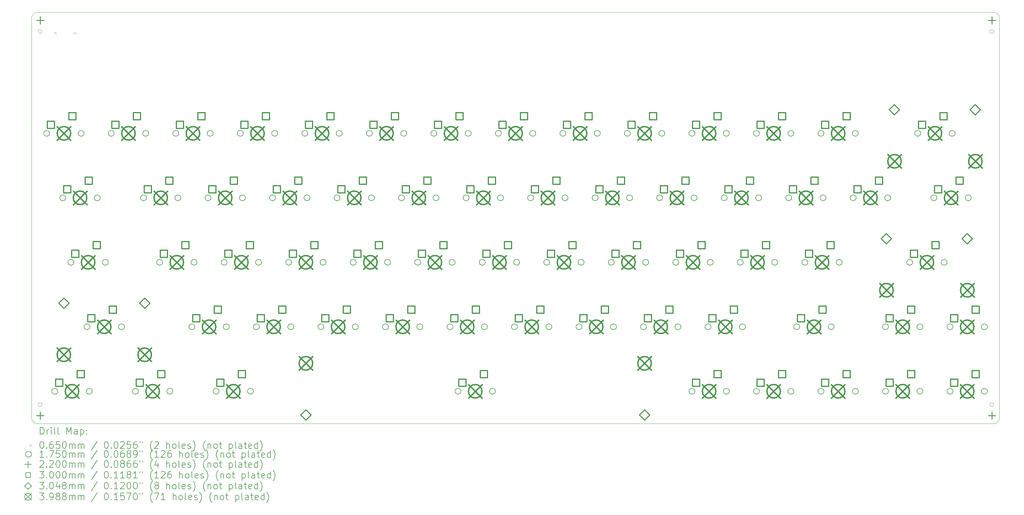
<source format=gbr>
%FSLAX45Y45*%
G04 Gerber Fmt 4.5, Leading zero omitted, Abs format (unit mm)*
G04 Created by KiCad (PCBNEW (6.0.0)) date 2022-08-26 03:09:26*
%MOMM*%
%LPD*%
G01*
G04 APERTURE LIST*
%TA.AperFunction,Profile*%
%ADD10C,0.100000*%
%TD*%
%TA.AperFunction,Profile*%
%ADD11C,0.050000*%
%TD*%
%ADD12C,0.200000*%
%ADD13C,0.065000*%
%ADD14C,0.175000*%
%ADD15C,0.220000*%
%ADD16C,0.300000*%
%ADD17C,0.304800*%
%ADD18C,0.398780*%
G04 APERTURE END LIST*
D10*
X35242500Y-20558125D02*
G75*
G03*
X35401250Y-20399375I0J158750D01*
G01*
X6985000Y-8413750D02*
G75*
G03*
X6826250Y-8572500I0J-158750D01*
G01*
D11*
X35232600Y-8975000D02*
G75*
G03*
X35232600Y-8975000I-57600J0D01*
G01*
D10*
X35242500Y-20558125D02*
X6985000Y-20558125D01*
D11*
X7132600Y-20000000D02*
G75*
G03*
X7132600Y-20000000I-57600J0D01*
G01*
X7132600Y-8975000D02*
G75*
G03*
X7132600Y-8975000I-57600J0D01*
G01*
D10*
X35401250Y-8572500D02*
G75*
G03*
X35242500Y-8413750I-158750J0D01*
G01*
X35401250Y-8572500D02*
X35401250Y-20399375D01*
X6826250Y-20399375D02*
G75*
G03*
X6985000Y-20558125I158750J0D01*
G01*
D11*
X35232600Y-20000000D02*
G75*
G03*
X35232600Y-20000000I-57600J0D01*
G01*
D10*
X6826250Y-20399375D02*
X6826250Y-8572500D01*
X6985000Y-8413750D02*
X35242500Y-8413750D01*
D12*
D13*
X7492500Y-8984875D02*
X7557500Y-9049875D01*
X7557500Y-8984875D02*
X7492500Y-9049875D01*
X8070500Y-8984875D02*
X8135500Y-9049875D01*
X8135500Y-8984875D02*
X8070500Y-9049875D01*
D14*
X7358250Y-11985625D02*
G75*
G03*
X7358250Y-11985625I-87500J0D01*
G01*
X7596375Y-19605625D02*
G75*
G03*
X7596375Y-19605625I-87500J0D01*
G01*
X7834500Y-13890625D02*
G75*
G03*
X7834500Y-13890625I-87500J0D01*
G01*
X8072625Y-15795625D02*
G75*
G03*
X8072625Y-15795625I-87500J0D01*
G01*
X8374250Y-11985625D02*
G75*
G03*
X8374250Y-11985625I-87500J0D01*
G01*
X8548875Y-17700625D02*
G75*
G03*
X8548875Y-17700625I-87500J0D01*
G01*
X8612375Y-19605625D02*
G75*
G03*
X8612375Y-19605625I-87500J0D01*
G01*
X8850500Y-13890625D02*
G75*
G03*
X8850500Y-13890625I-87500J0D01*
G01*
X9088625Y-15795625D02*
G75*
G03*
X9088625Y-15795625I-87500J0D01*
G01*
X9263250Y-11985625D02*
G75*
G03*
X9263250Y-11985625I-87500J0D01*
G01*
X9564875Y-17700625D02*
G75*
G03*
X9564875Y-17700625I-87500J0D01*
G01*
X9977625Y-19605625D02*
G75*
G03*
X9977625Y-19605625I-87500J0D01*
G01*
X10215750Y-13890625D02*
G75*
G03*
X10215750Y-13890625I-87500J0D01*
G01*
X10279250Y-11985625D02*
G75*
G03*
X10279250Y-11985625I-87500J0D01*
G01*
X10692000Y-15795625D02*
G75*
G03*
X10692000Y-15795625I-87500J0D01*
G01*
X10993625Y-19605625D02*
G75*
G03*
X10993625Y-19605625I-87500J0D01*
G01*
X11168250Y-11985625D02*
G75*
G03*
X11168250Y-11985625I-87500J0D01*
G01*
X11231750Y-13890625D02*
G75*
G03*
X11231750Y-13890625I-87500J0D01*
G01*
X11644500Y-17700625D02*
G75*
G03*
X11644500Y-17700625I-87500J0D01*
G01*
X11708000Y-15795625D02*
G75*
G03*
X11708000Y-15795625I-87500J0D01*
G01*
X12120750Y-13890625D02*
G75*
G03*
X12120750Y-13890625I-87500J0D01*
G01*
X12184250Y-11985625D02*
G75*
G03*
X12184250Y-11985625I-87500J0D01*
G01*
X12358875Y-19605625D02*
G75*
G03*
X12358875Y-19605625I-87500J0D01*
G01*
X12597000Y-15795625D02*
G75*
G03*
X12597000Y-15795625I-87500J0D01*
G01*
X12660500Y-17700625D02*
G75*
G03*
X12660500Y-17700625I-87500J0D01*
G01*
X13073250Y-11985625D02*
G75*
G03*
X13073250Y-11985625I-87500J0D01*
G01*
X13136750Y-13890625D02*
G75*
G03*
X13136750Y-13890625I-87500J0D01*
G01*
X13374875Y-19605625D02*
G75*
G03*
X13374875Y-19605625I-87500J0D01*
G01*
X13549500Y-17700625D02*
G75*
G03*
X13549500Y-17700625I-87500J0D01*
G01*
X13613000Y-15795625D02*
G75*
G03*
X13613000Y-15795625I-87500J0D01*
G01*
X14025750Y-13890625D02*
G75*
G03*
X14025750Y-13890625I-87500J0D01*
G01*
X14089250Y-11985625D02*
G75*
G03*
X14089250Y-11985625I-87500J0D01*
G01*
X14502000Y-15795625D02*
G75*
G03*
X14502000Y-15795625I-87500J0D01*
G01*
X14565500Y-17700625D02*
G75*
G03*
X14565500Y-17700625I-87500J0D01*
G01*
X14978250Y-11985625D02*
G75*
G03*
X14978250Y-11985625I-87500J0D01*
G01*
X15041750Y-13890625D02*
G75*
G03*
X15041750Y-13890625I-87500J0D01*
G01*
X15454500Y-17700625D02*
G75*
G03*
X15454500Y-17700625I-87500J0D01*
G01*
X15518000Y-15795625D02*
G75*
G03*
X15518000Y-15795625I-87500J0D01*
G01*
X15930750Y-13890625D02*
G75*
G03*
X15930750Y-13890625I-87500J0D01*
G01*
X15994250Y-11985625D02*
G75*
G03*
X15994250Y-11985625I-87500J0D01*
G01*
X16407000Y-15795625D02*
G75*
G03*
X16407000Y-15795625I-87500J0D01*
G01*
X16470500Y-17700625D02*
G75*
G03*
X16470500Y-17700625I-87500J0D01*
G01*
X16883250Y-11985625D02*
G75*
G03*
X16883250Y-11985625I-87500J0D01*
G01*
X16946750Y-13890625D02*
G75*
G03*
X16946750Y-13890625I-87500J0D01*
G01*
X17359500Y-17700625D02*
G75*
G03*
X17359500Y-17700625I-87500J0D01*
G01*
X17423000Y-15795625D02*
G75*
G03*
X17423000Y-15795625I-87500J0D01*
G01*
X17835750Y-13890625D02*
G75*
G03*
X17835750Y-13890625I-87500J0D01*
G01*
X17899250Y-11985625D02*
G75*
G03*
X17899250Y-11985625I-87500J0D01*
G01*
X18312000Y-15795625D02*
G75*
G03*
X18312000Y-15795625I-87500J0D01*
G01*
X18375500Y-17700625D02*
G75*
G03*
X18375500Y-17700625I-87500J0D01*
G01*
X18788250Y-11985625D02*
G75*
G03*
X18788250Y-11985625I-87500J0D01*
G01*
X18851750Y-13890625D02*
G75*
G03*
X18851750Y-13890625I-87500J0D01*
G01*
X19264500Y-17700625D02*
G75*
G03*
X19264500Y-17700625I-87500J0D01*
G01*
X19328000Y-15795625D02*
G75*
G03*
X19328000Y-15795625I-87500J0D01*
G01*
X19502625Y-19605625D02*
G75*
G03*
X19502625Y-19605625I-87500J0D01*
G01*
X19740750Y-13890625D02*
G75*
G03*
X19740750Y-13890625I-87500J0D01*
G01*
X19804250Y-11985625D02*
G75*
G03*
X19804250Y-11985625I-87500J0D01*
G01*
X20217000Y-15795625D02*
G75*
G03*
X20217000Y-15795625I-87500J0D01*
G01*
X20280500Y-17700625D02*
G75*
G03*
X20280500Y-17700625I-87500J0D01*
G01*
X20518625Y-19605625D02*
G75*
G03*
X20518625Y-19605625I-87500J0D01*
G01*
X20693250Y-11985625D02*
G75*
G03*
X20693250Y-11985625I-87500J0D01*
G01*
X20756750Y-13890625D02*
G75*
G03*
X20756750Y-13890625I-87500J0D01*
G01*
X21169500Y-17700625D02*
G75*
G03*
X21169500Y-17700625I-87500J0D01*
G01*
X21233000Y-15795625D02*
G75*
G03*
X21233000Y-15795625I-87500J0D01*
G01*
X21645750Y-13890625D02*
G75*
G03*
X21645750Y-13890625I-87500J0D01*
G01*
X21709250Y-11985625D02*
G75*
G03*
X21709250Y-11985625I-87500J0D01*
G01*
X22122000Y-15795625D02*
G75*
G03*
X22122000Y-15795625I-87500J0D01*
G01*
X22185500Y-17700625D02*
G75*
G03*
X22185500Y-17700625I-87500J0D01*
G01*
X22598250Y-11985625D02*
G75*
G03*
X22598250Y-11985625I-87500J0D01*
G01*
X22661750Y-13890625D02*
G75*
G03*
X22661750Y-13890625I-87500J0D01*
G01*
X23074500Y-17700625D02*
G75*
G03*
X23074500Y-17700625I-87500J0D01*
G01*
X23138000Y-15795625D02*
G75*
G03*
X23138000Y-15795625I-87500J0D01*
G01*
X23550750Y-13890625D02*
G75*
G03*
X23550750Y-13890625I-87500J0D01*
G01*
X23614250Y-11985625D02*
G75*
G03*
X23614250Y-11985625I-87500J0D01*
G01*
X24027000Y-15795625D02*
G75*
G03*
X24027000Y-15795625I-87500J0D01*
G01*
X24090500Y-17700625D02*
G75*
G03*
X24090500Y-17700625I-87500J0D01*
G01*
X24503250Y-11985625D02*
G75*
G03*
X24503250Y-11985625I-87500J0D01*
G01*
X24566750Y-13890625D02*
G75*
G03*
X24566750Y-13890625I-87500J0D01*
G01*
X24979500Y-17700625D02*
G75*
G03*
X24979500Y-17700625I-87500J0D01*
G01*
X25043000Y-15795625D02*
G75*
G03*
X25043000Y-15795625I-87500J0D01*
G01*
X25455750Y-13890625D02*
G75*
G03*
X25455750Y-13890625I-87500J0D01*
G01*
X25519250Y-11985625D02*
G75*
G03*
X25519250Y-11985625I-87500J0D01*
G01*
X25932000Y-15795625D02*
G75*
G03*
X25932000Y-15795625I-87500J0D01*
G01*
X25995500Y-17700625D02*
G75*
G03*
X25995500Y-17700625I-87500J0D01*
G01*
X26408250Y-11985625D02*
G75*
G03*
X26408250Y-11985625I-87500J0D01*
G01*
X26408250Y-19605625D02*
G75*
G03*
X26408250Y-19605625I-87500J0D01*
G01*
X26471750Y-13890625D02*
G75*
G03*
X26471750Y-13890625I-87500J0D01*
G01*
X26884500Y-17700625D02*
G75*
G03*
X26884500Y-17700625I-87500J0D01*
G01*
X26948000Y-15795625D02*
G75*
G03*
X26948000Y-15795625I-87500J0D01*
G01*
X27360750Y-13890625D02*
G75*
G03*
X27360750Y-13890625I-87500J0D01*
G01*
X27424250Y-11985625D02*
G75*
G03*
X27424250Y-11985625I-87500J0D01*
G01*
X27424250Y-19605625D02*
G75*
G03*
X27424250Y-19605625I-87500J0D01*
G01*
X27837000Y-15795625D02*
G75*
G03*
X27837000Y-15795625I-87500J0D01*
G01*
X27900500Y-17700625D02*
G75*
G03*
X27900500Y-17700625I-87500J0D01*
G01*
X28313250Y-11985625D02*
G75*
G03*
X28313250Y-11985625I-87500J0D01*
G01*
X28313250Y-19605625D02*
G75*
G03*
X28313250Y-19605625I-87500J0D01*
G01*
X28376750Y-13890625D02*
G75*
G03*
X28376750Y-13890625I-87500J0D01*
G01*
X28853000Y-15795625D02*
G75*
G03*
X28853000Y-15795625I-87500J0D01*
G01*
X29265750Y-13890625D02*
G75*
G03*
X29265750Y-13890625I-87500J0D01*
G01*
X29329250Y-11985625D02*
G75*
G03*
X29329250Y-11985625I-87500J0D01*
G01*
X29329250Y-19605625D02*
G75*
G03*
X29329250Y-19605625I-87500J0D01*
G01*
X29503875Y-17700625D02*
G75*
G03*
X29503875Y-17700625I-87500J0D01*
G01*
X29742000Y-15795625D02*
G75*
G03*
X29742000Y-15795625I-87500J0D01*
G01*
X30218250Y-11985625D02*
G75*
G03*
X30218250Y-11985625I-87500J0D01*
G01*
X30218250Y-19605625D02*
G75*
G03*
X30218250Y-19605625I-87500J0D01*
G01*
X30281750Y-13890625D02*
G75*
G03*
X30281750Y-13890625I-87500J0D01*
G01*
X30519875Y-17700625D02*
G75*
G03*
X30519875Y-17700625I-87500J0D01*
G01*
X30758000Y-15795625D02*
G75*
G03*
X30758000Y-15795625I-87500J0D01*
G01*
X31170750Y-13890625D02*
G75*
G03*
X31170750Y-13890625I-87500J0D01*
G01*
X31234250Y-11985625D02*
G75*
G03*
X31234250Y-11985625I-87500J0D01*
G01*
X31234250Y-19605625D02*
G75*
G03*
X31234250Y-19605625I-87500J0D01*
G01*
X32123250Y-17700625D02*
G75*
G03*
X32123250Y-17700625I-87500J0D01*
G01*
X32123250Y-19605625D02*
G75*
G03*
X32123250Y-19605625I-87500J0D01*
G01*
X32186750Y-13890625D02*
G75*
G03*
X32186750Y-13890625I-87500J0D01*
G01*
X32837625Y-15795625D02*
G75*
G03*
X32837625Y-15795625I-87500J0D01*
G01*
X33075750Y-11985625D02*
G75*
G03*
X33075750Y-11985625I-87500J0D01*
G01*
X33139250Y-17700625D02*
G75*
G03*
X33139250Y-17700625I-87500J0D01*
G01*
X33139250Y-19605625D02*
G75*
G03*
X33139250Y-19605625I-87500J0D01*
G01*
X33552000Y-13890625D02*
G75*
G03*
X33552000Y-13890625I-87500J0D01*
G01*
X33853625Y-15795625D02*
G75*
G03*
X33853625Y-15795625I-87500J0D01*
G01*
X34028250Y-17700625D02*
G75*
G03*
X34028250Y-17700625I-87500J0D01*
G01*
X34028250Y-19605625D02*
G75*
G03*
X34028250Y-19605625I-87500J0D01*
G01*
X34091750Y-11985625D02*
G75*
G03*
X34091750Y-11985625I-87500J0D01*
G01*
X34568000Y-13890625D02*
G75*
G03*
X34568000Y-13890625I-87500J0D01*
G01*
X35044250Y-17700625D02*
G75*
G03*
X35044250Y-17700625I-87500J0D01*
G01*
X35044250Y-19605625D02*
G75*
G03*
X35044250Y-19605625I-87500J0D01*
G01*
D15*
X7075000Y-8540000D02*
X7075000Y-8760000D01*
X6965000Y-8650000D02*
X7185000Y-8650000D01*
X7075000Y-20215000D02*
X7075000Y-20435000D01*
X6965000Y-20325000D02*
X7185000Y-20325000D01*
X35175000Y-8540000D02*
X35175000Y-8760000D01*
X35065000Y-8650000D02*
X35285000Y-8650000D01*
X35175000Y-20215000D02*
X35175000Y-20435000D01*
X35065000Y-20325000D02*
X35285000Y-20325000D01*
D16*
X7503817Y-11837692D02*
X7503817Y-11625558D01*
X7291683Y-11625558D01*
X7291683Y-11837692D01*
X7503817Y-11837692D01*
X7741942Y-19457692D02*
X7741942Y-19245558D01*
X7529808Y-19245558D01*
X7529808Y-19457692D01*
X7741942Y-19457692D01*
X7980067Y-13742692D02*
X7980067Y-13530558D01*
X7767933Y-13530558D01*
X7767933Y-13742692D01*
X7980067Y-13742692D01*
X8138817Y-11583692D02*
X8138817Y-11371558D01*
X7926683Y-11371558D01*
X7926683Y-11583692D01*
X8138817Y-11583692D01*
X8218192Y-15647692D02*
X8218192Y-15435558D01*
X8006058Y-15435558D01*
X8006058Y-15647692D01*
X8218192Y-15647692D01*
X8376942Y-19203692D02*
X8376942Y-18991558D01*
X8164808Y-18991558D01*
X8164808Y-19203692D01*
X8376942Y-19203692D01*
X8615067Y-13488692D02*
X8615067Y-13276558D01*
X8402933Y-13276558D01*
X8402933Y-13488692D01*
X8615067Y-13488692D01*
X8694442Y-17552692D02*
X8694442Y-17340558D01*
X8482308Y-17340558D01*
X8482308Y-17552692D01*
X8694442Y-17552692D01*
X8853192Y-15393692D02*
X8853192Y-15181558D01*
X8641058Y-15181558D01*
X8641058Y-15393692D01*
X8853192Y-15393692D01*
X9329442Y-17298692D02*
X9329442Y-17086558D01*
X9117308Y-17086558D01*
X9117308Y-17298692D01*
X9329442Y-17298692D01*
X9408817Y-11837692D02*
X9408817Y-11625558D01*
X9196683Y-11625558D01*
X9196683Y-11837692D01*
X9408817Y-11837692D01*
X10043817Y-11583692D02*
X10043817Y-11371558D01*
X9831683Y-11371558D01*
X9831683Y-11583692D01*
X10043817Y-11583692D01*
X10123192Y-19457692D02*
X10123192Y-19245558D01*
X9911058Y-19245558D01*
X9911058Y-19457692D01*
X10123192Y-19457692D01*
X10361317Y-13742692D02*
X10361317Y-13530558D01*
X10149183Y-13530558D01*
X10149183Y-13742692D01*
X10361317Y-13742692D01*
X10758192Y-19203692D02*
X10758192Y-18991558D01*
X10546058Y-18991558D01*
X10546058Y-19203692D01*
X10758192Y-19203692D01*
X10837567Y-15647692D02*
X10837567Y-15435558D01*
X10625433Y-15435558D01*
X10625433Y-15647692D01*
X10837567Y-15647692D01*
X10996317Y-13488692D02*
X10996317Y-13276558D01*
X10784183Y-13276558D01*
X10784183Y-13488692D01*
X10996317Y-13488692D01*
X11313817Y-11837692D02*
X11313817Y-11625558D01*
X11101683Y-11625558D01*
X11101683Y-11837692D01*
X11313817Y-11837692D01*
X11472567Y-15393692D02*
X11472567Y-15181558D01*
X11260433Y-15181558D01*
X11260433Y-15393692D01*
X11472567Y-15393692D01*
X11790067Y-17552692D02*
X11790067Y-17340558D01*
X11577933Y-17340558D01*
X11577933Y-17552692D01*
X11790067Y-17552692D01*
X11948817Y-11583692D02*
X11948817Y-11371558D01*
X11736683Y-11371558D01*
X11736683Y-11583692D01*
X11948817Y-11583692D01*
X12266317Y-13742692D02*
X12266317Y-13530558D01*
X12054183Y-13530558D01*
X12054183Y-13742692D01*
X12266317Y-13742692D01*
X12425067Y-17298692D02*
X12425067Y-17086558D01*
X12212933Y-17086558D01*
X12212933Y-17298692D01*
X12425067Y-17298692D01*
X12504442Y-19457692D02*
X12504442Y-19245558D01*
X12292308Y-19245558D01*
X12292308Y-19457692D01*
X12504442Y-19457692D01*
X12742567Y-15647692D02*
X12742567Y-15435558D01*
X12530433Y-15435558D01*
X12530433Y-15647692D01*
X12742567Y-15647692D01*
X12901317Y-13488692D02*
X12901317Y-13276558D01*
X12689183Y-13276558D01*
X12689183Y-13488692D01*
X12901317Y-13488692D01*
X13139442Y-19203692D02*
X13139442Y-18991558D01*
X12927308Y-18991558D01*
X12927308Y-19203692D01*
X13139442Y-19203692D01*
X13218817Y-11837692D02*
X13218817Y-11625558D01*
X13006683Y-11625558D01*
X13006683Y-11837692D01*
X13218817Y-11837692D01*
X13377567Y-15393692D02*
X13377567Y-15181558D01*
X13165433Y-15181558D01*
X13165433Y-15393692D01*
X13377567Y-15393692D01*
X13695067Y-17552692D02*
X13695067Y-17340558D01*
X13482933Y-17340558D01*
X13482933Y-17552692D01*
X13695067Y-17552692D01*
X13853817Y-11583692D02*
X13853817Y-11371558D01*
X13641683Y-11371558D01*
X13641683Y-11583692D01*
X13853817Y-11583692D01*
X14171317Y-13742692D02*
X14171317Y-13530558D01*
X13959183Y-13530558D01*
X13959183Y-13742692D01*
X14171317Y-13742692D01*
X14330067Y-17298692D02*
X14330067Y-17086558D01*
X14117933Y-17086558D01*
X14117933Y-17298692D01*
X14330067Y-17298692D01*
X14647567Y-15647692D02*
X14647567Y-15435558D01*
X14435433Y-15435558D01*
X14435433Y-15647692D01*
X14647567Y-15647692D01*
X14806317Y-13488692D02*
X14806317Y-13276558D01*
X14594183Y-13276558D01*
X14594183Y-13488692D01*
X14806317Y-13488692D01*
X15123817Y-11837692D02*
X15123817Y-11625558D01*
X14911683Y-11625558D01*
X14911683Y-11837692D01*
X15123817Y-11837692D01*
X15282567Y-15393692D02*
X15282567Y-15181558D01*
X15070433Y-15181558D01*
X15070433Y-15393692D01*
X15282567Y-15393692D01*
X15600067Y-17552692D02*
X15600067Y-17340558D01*
X15387933Y-17340558D01*
X15387933Y-17552692D01*
X15600067Y-17552692D01*
X15758817Y-11583692D02*
X15758817Y-11371558D01*
X15546683Y-11371558D01*
X15546683Y-11583692D01*
X15758817Y-11583692D01*
X16076317Y-13742692D02*
X16076317Y-13530558D01*
X15864183Y-13530558D01*
X15864183Y-13742692D01*
X16076317Y-13742692D01*
X16235067Y-17298692D02*
X16235067Y-17086558D01*
X16022933Y-17086558D01*
X16022933Y-17298692D01*
X16235067Y-17298692D01*
X16552567Y-15647692D02*
X16552567Y-15435558D01*
X16340433Y-15435558D01*
X16340433Y-15647692D01*
X16552567Y-15647692D01*
X16711317Y-13488692D02*
X16711317Y-13276558D01*
X16499183Y-13276558D01*
X16499183Y-13488692D01*
X16711317Y-13488692D01*
X17028817Y-11837692D02*
X17028817Y-11625558D01*
X16816683Y-11625558D01*
X16816683Y-11837692D01*
X17028817Y-11837692D01*
X17187567Y-15393692D02*
X17187567Y-15181558D01*
X16975433Y-15181558D01*
X16975433Y-15393692D01*
X17187567Y-15393692D01*
X17505067Y-17552692D02*
X17505067Y-17340558D01*
X17292933Y-17340558D01*
X17292933Y-17552692D01*
X17505067Y-17552692D01*
X17663817Y-11583692D02*
X17663817Y-11371558D01*
X17451683Y-11371558D01*
X17451683Y-11583692D01*
X17663817Y-11583692D01*
X17981317Y-13742692D02*
X17981317Y-13530558D01*
X17769183Y-13530558D01*
X17769183Y-13742692D01*
X17981317Y-13742692D01*
X18140067Y-17298692D02*
X18140067Y-17086558D01*
X17927933Y-17086558D01*
X17927933Y-17298692D01*
X18140067Y-17298692D01*
X18457567Y-15647692D02*
X18457567Y-15435558D01*
X18245433Y-15435558D01*
X18245433Y-15647692D01*
X18457567Y-15647692D01*
X18616317Y-13488692D02*
X18616317Y-13276558D01*
X18404183Y-13276558D01*
X18404183Y-13488692D01*
X18616317Y-13488692D01*
X18933817Y-11837692D02*
X18933817Y-11625558D01*
X18721683Y-11625558D01*
X18721683Y-11837692D01*
X18933817Y-11837692D01*
X19092567Y-15393692D02*
X19092567Y-15181558D01*
X18880433Y-15181558D01*
X18880433Y-15393692D01*
X19092567Y-15393692D01*
X19410067Y-17552692D02*
X19410067Y-17340558D01*
X19197933Y-17340558D01*
X19197933Y-17552692D01*
X19410067Y-17552692D01*
X19568817Y-11583692D02*
X19568817Y-11371558D01*
X19356683Y-11371558D01*
X19356683Y-11583692D01*
X19568817Y-11583692D01*
X19648192Y-19457692D02*
X19648192Y-19245558D01*
X19436058Y-19245558D01*
X19436058Y-19457692D01*
X19648192Y-19457692D01*
X19886317Y-13742692D02*
X19886317Y-13530558D01*
X19674183Y-13530558D01*
X19674183Y-13742692D01*
X19886317Y-13742692D01*
X20045067Y-17298692D02*
X20045067Y-17086558D01*
X19832933Y-17086558D01*
X19832933Y-17298692D01*
X20045067Y-17298692D01*
X20283192Y-19203692D02*
X20283192Y-18991558D01*
X20071058Y-18991558D01*
X20071058Y-19203692D01*
X20283192Y-19203692D01*
X20362567Y-15647692D02*
X20362567Y-15435558D01*
X20150433Y-15435558D01*
X20150433Y-15647692D01*
X20362567Y-15647692D01*
X20521317Y-13488692D02*
X20521317Y-13276558D01*
X20309183Y-13276558D01*
X20309183Y-13488692D01*
X20521317Y-13488692D01*
X20838817Y-11837692D02*
X20838817Y-11625558D01*
X20626683Y-11625558D01*
X20626683Y-11837692D01*
X20838817Y-11837692D01*
X20997567Y-15393692D02*
X20997567Y-15181558D01*
X20785433Y-15181558D01*
X20785433Y-15393692D01*
X20997567Y-15393692D01*
X21315067Y-17552692D02*
X21315067Y-17340558D01*
X21102933Y-17340558D01*
X21102933Y-17552692D01*
X21315067Y-17552692D01*
X21473817Y-11583692D02*
X21473817Y-11371558D01*
X21261683Y-11371558D01*
X21261683Y-11583692D01*
X21473817Y-11583692D01*
X21791317Y-13742692D02*
X21791317Y-13530558D01*
X21579183Y-13530558D01*
X21579183Y-13742692D01*
X21791317Y-13742692D01*
X21950067Y-17298692D02*
X21950067Y-17086558D01*
X21737933Y-17086558D01*
X21737933Y-17298692D01*
X21950067Y-17298692D01*
X22267567Y-15647692D02*
X22267567Y-15435558D01*
X22055433Y-15435558D01*
X22055433Y-15647692D01*
X22267567Y-15647692D01*
X22426317Y-13488692D02*
X22426317Y-13276558D01*
X22214183Y-13276558D01*
X22214183Y-13488692D01*
X22426317Y-13488692D01*
X22743817Y-11837692D02*
X22743817Y-11625558D01*
X22531683Y-11625558D01*
X22531683Y-11837692D01*
X22743817Y-11837692D01*
X22902567Y-15393692D02*
X22902567Y-15181558D01*
X22690433Y-15181558D01*
X22690433Y-15393692D01*
X22902567Y-15393692D01*
X23220067Y-17552692D02*
X23220067Y-17340558D01*
X23007933Y-17340558D01*
X23007933Y-17552692D01*
X23220067Y-17552692D01*
X23378817Y-11583692D02*
X23378817Y-11371558D01*
X23166683Y-11371558D01*
X23166683Y-11583692D01*
X23378817Y-11583692D01*
X23696317Y-13742692D02*
X23696317Y-13530558D01*
X23484183Y-13530558D01*
X23484183Y-13742692D01*
X23696317Y-13742692D01*
X23855067Y-17298692D02*
X23855067Y-17086558D01*
X23642933Y-17086558D01*
X23642933Y-17298692D01*
X23855067Y-17298692D01*
X24172567Y-15647692D02*
X24172567Y-15435558D01*
X23960433Y-15435558D01*
X23960433Y-15647692D01*
X24172567Y-15647692D01*
X24331317Y-13488692D02*
X24331317Y-13276558D01*
X24119183Y-13276558D01*
X24119183Y-13488692D01*
X24331317Y-13488692D01*
X24648817Y-11837692D02*
X24648817Y-11625558D01*
X24436683Y-11625558D01*
X24436683Y-11837692D01*
X24648817Y-11837692D01*
X24807567Y-15393692D02*
X24807567Y-15181558D01*
X24595433Y-15181558D01*
X24595433Y-15393692D01*
X24807567Y-15393692D01*
X25125067Y-17552692D02*
X25125067Y-17340558D01*
X24912933Y-17340558D01*
X24912933Y-17552692D01*
X25125067Y-17552692D01*
X25283817Y-11583692D02*
X25283817Y-11371558D01*
X25071683Y-11371558D01*
X25071683Y-11583692D01*
X25283817Y-11583692D01*
X25601317Y-13742692D02*
X25601317Y-13530558D01*
X25389183Y-13530558D01*
X25389183Y-13742692D01*
X25601317Y-13742692D01*
X25760067Y-17298692D02*
X25760067Y-17086558D01*
X25547933Y-17086558D01*
X25547933Y-17298692D01*
X25760067Y-17298692D01*
X26077567Y-15647692D02*
X26077567Y-15435558D01*
X25865433Y-15435558D01*
X25865433Y-15647692D01*
X26077567Y-15647692D01*
X26236317Y-13488692D02*
X26236317Y-13276558D01*
X26024183Y-13276558D01*
X26024183Y-13488692D01*
X26236317Y-13488692D01*
X26553817Y-11837692D02*
X26553817Y-11625558D01*
X26341683Y-11625558D01*
X26341683Y-11837692D01*
X26553817Y-11837692D01*
X26553817Y-19457692D02*
X26553817Y-19245558D01*
X26341683Y-19245558D01*
X26341683Y-19457692D01*
X26553817Y-19457692D01*
X26712567Y-15393692D02*
X26712567Y-15181558D01*
X26500433Y-15181558D01*
X26500433Y-15393692D01*
X26712567Y-15393692D01*
X27030067Y-17552692D02*
X27030067Y-17340558D01*
X26817933Y-17340558D01*
X26817933Y-17552692D01*
X27030067Y-17552692D01*
X27188817Y-11583692D02*
X27188817Y-11371558D01*
X26976683Y-11371558D01*
X26976683Y-11583692D01*
X27188817Y-11583692D01*
X27188817Y-19203692D02*
X27188817Y-18991558D01*
X26976683Y-18991558D01*
X26976683Y-19203692D01*
X27188817Y-19203692D01*
X27506317Y-13742692D02*
X27506317Y-13530558D01*
X27294183Y-13530558D01*
X27294183Y-13742692D01*
X27506317Y-13742692D01*
X27665067Y-17298692D02*
X27665067Y-17086558D01*
X27452933Y-17086558D01*
X27452933Y-17298692D01*
X27665067Y-17298692D01*
X27982567Y-15647692D02*
X27982567Y-15435558D01*
X27770433Y-15435558D01*
X27770433Y-15647692D01*
X27982567Y-15647692D01*
X28141317Y-13488692D02*
X28141317Y-13276558D01*
X27929183Y-13276558D01*
X27929183Y-13488692D01*
X28141317Y-13488692D01*
X28458817Y-11837692D02*
X28458817Y-11625558D01*
X28246683Y-11625558D01*
X28246683Y-11837692D01*
X28458817Y-11837692D01*
X28458817Y-19457692D02*
X28458817Y-19245558D01*
X28246683Y-19245558D01*
X28246683Y-19457692D01*
X28458817Y-19457692D01*
X28617567Y-15393692D02*
X28617567Y-15181558D01*
X28405433Y-15181558D01*
X28405433Y-15393692D01*
X28617567Y-15393692D01*
X29093817Y-11583692D02*
X29093817Y-11371558D01*
X28881683Y-11371558D01*
X28881683Y-11583692D01*
X29093817Y-11583692D01*
X29093817Y-19203692D02*
X29093817Y-18991558D01*
X28881683Y-18991558D01*
X28881683Y-19203692D01*
X29093817Y-19203692D01*
X29411317Y-13742692D02*
X29411317Y-13530558D01*
X29199183Y-13530558D01*
X29199183Y-13742692D01*
X29411317Y-13742692D01*
X29649442Y-17552692D02*
X29649442Y-17340558D01*
X29437308Y-17340558D01*
X29437308Y-17552692D01*
X29649442Y-17552692D01*
X29887567Y-15647692D02*
X29887567Y-15435558D01*
X29675433Y-15435558D01*
X29675433Y-15647692D01*
X29887567Y-15647692D01*
X30046317Y-13488692D02*
X30046317Y-13276558D01*
X29834183Y-13276558D01*
X29834183Y-13488692D01*
X30046317Y-13488692D01*
X30284442Y-17298692D02*
X30284442Y-17086558D01*
X30072308Y-17086558D01*
X30072308Y-17298692D01*
X30284442Y-17298692D01*
X30363817Y-11837692D02*
X30363817Y-11625558D01*
X30151683Y-11625558D01*
X30151683Y-11837692D01*
X30363817Y-11837692D01*
X30363817Y-19457692D02*
X30363817Y-19245558D01*
X30151683Y-19245558D01*
X30151683Y-19457692D01*
X30363817Y-19457692D01*
X30522567Y-15393692D02*
X30522567Y-15181558D01*
X30310433Y-15181558D01*
X30310433Y-15393692D01*
X30522567Y-15393692D01*
X30998817Y-11583692D02*
X30998817Y-11371558D01*
X30786683Y-11371558D01*
X30786683Y-11583692D01*
X30998817Y-11583692D01*
X30998817Y-19203692D02*
X30998817Y-18991558D01*
X30786683Y-18991558D01*
X30786683Y-19203692D01*
X30998817Y-19203692D01*
X31316317Y-13742692D02*
X31316317Y-13530558D01*
X31104183Y-13530558D01*
X31104183Y-13742692D01*
X31316317Y-13742692D01*
X31951317Y-13488692D02*
X31951317Y-13276558D01*
X31739183Y-13276558D01*
X31739183Y-13488692D01*
X31951317Y-13488692D01*
X32268817Y-17552692D02*
X32268817Y-17340558D01*
X32056683Y-17340558D01*
X32056683Y-17552692D01*
X32268817Y-17552692D01*
X32268817Y-19457692D02*
X32268817Y-19245558D01*
X32056683Y-19245558D01*
X32056683Y-19457692D01*
X32268817Y-19457692D01*
X32903817Y-17298692D02*
X32903817Y-17086558D01*
X32691683Y-17086558D01*
X32691683Y-17298692D01*
X32903817Y-17298692D01*
X32903817Y-19203692D02*
X32903817Y-18991558D01*
X32691683Y-18991558D01*
X32691683Y-19203692D01*
X32903817Y-19203692D01*
X32983192Y-15647692D02*
X32983192Y-15435558D01*
X32771058Y-15435558D01*
X32771058Y-15647692D01*
X32983192Y-15647692D01*
X33221317Y-11837692D02*
X33221317Y-11625558D01*
X33009183Y-11625558D01*
X33009183Y-11837692D01*
X33221317Y-11837692D01*
X33618192Y-15393692D02*
X33618192Y-15181558D01*
X33406058Y-15181558D01*
X33406058Y-15393692D01*
X33618192Y-15393692D01*
X33697567Y-13742692D02*
X33697567Y-13530558D01*
X33485433Y-13530558D01*
X33485433Y-13742692D01*
X33697567Y-13742692D01*
X33856317Y-11583692D02*
X33856317Y-11371558D01*
X33644183Y-11371558D01*
X33644183Y-11583692D01*
X33856317Y-11583692D01*
X34173817Y-17552692D02*
X34173817Y-17340558D01*
X33961683Y-17340558D01*
X33961683Y-17552692D01*
X34173817Y-17552692D01*
X34173817Y-19457692D02*
X34173817Y-19245558D01*
X33961683Y-19245558D01*
X33961683Y-19457692D01*
X34173817Y-19457692D01*
X34332567Y-13488692D02*
X34332567Y-13276558D01*
X34120433Y-13276558D01*
X34120433Y-13488692D01*
X34332567Y-13488692D01*
X34808817Y-17298692D02*
X34808817Y-17086558D01*
X34596683Y-17086558D01*
X34596683Y-17298692D01*
X34808817Y-17298692D01*
X34808817Y-19203692D02*
X34808817Y-18991558D01*
X34596683Y-18991558D01*
X34596683Y-19203692D01*
X34808817Y-19203692D01*
D17*
X7775575Y-17154525D02*
X7927975Y-17002125D01*
X7775575Y-16849725D01*
X7623175Y-17002125D01*
X7775575Y-17154525D01*
X10163175Y-17154525D02*
X10315575Y-17002125D01*
X10163175Y-16849725D01*
X10010775Y-17002125D01*
X10163175Y-17154525D01*
X14923135Y-20456525D02*
X15075535Y-20304125D01*
X14923135Y-20151725D01*
X14770735Y-20304125D01*
X14923135Y-20456525D01*
X24923115Y-20456525D02*
X25075515Y-20304125D01*
X24923115Y-20151725D01*
X24770715Y-20304125D01*
X24923115Y-20456525D01*
X32064325Y-15249525D02*
X32216725Y-15097125D01*
X32064325Y-14944725D01*
X31911925Y-15097125D01*
X32064325Y-15249525D01*
X32302450Y-11439525D02*
X32454850Y-11287125D01*
X32302450Y-11134725D01*
X32150050Y-11287125D01*
X32302450Y-11439525D01*
X34451925Y-15249525D02*
X34604325Y-15097125D01*
X34451925Y-14944725D01*
X34299525Y-15097125D01*
X34451925Y-15249525D01*
X34690050Y-11439525D02*
X34842450Y-11287125D01*
X34690050Y-11134725D01*
X34537650Y-11287125D01*
X34690050Y-11439525D01*
D18*
X7576185Y-18326735D02*
X7974965Y-18725515D01*
X7974965Y-18326735D02*
X7576185Y-18725515D01*
X7974965Y-18526125D02*
G75*
G03*
X7974965Y-18526125I-199390J0D01*
G01*
X7579360Y-11786235D02*
X7978140Y-12185015D01*
X7978140Y-11786235D02*
X7579360Y-12185015D01*
X7978140Y-11985625D02*
G75*
G03*
X7978140Y-11985625I-199390J0D01*
G01*
X7817485Y-19406235D02*
X8216265Y-19805015D01*
X8216265Y-19406235D02*
X7817485Y-19805015D01*
X8216265Y-19605625D02*
G75*
G03*
X8216265Y-19605625I-199390J0D01*
G01*
X8055610Y-13691235D02*
X8454390Y-14090015D01*
X8454390Y-13691235D02*
X8055610Y-14090015D01*
X8454390Y-13890625D02*
G75*
G03*
X8454390Y-13890625I-199390J0D01*
G01*
X8293735Y-15596235D02*
X8692515Y-15995015D01*
X8692515Y-15596235D02*
X8293735Y-15995015D01*
X8692515Y-15795625D02*
G75*
G03*
X8692515Y-15795625I-199390J0D01*
G01*
X8769985Y-17501235D02*
X9168765Y-17900015D01*
X9168765Y-17501235D02*
X8769985Y-17900015D01*
X9168765Y-17700625D02*
G75*
G03*
X9168765Y-17700625I-199390J0D01*
G01*
X9484360Y-11786235D02*
X9883140Y-12185015D01*
X9883140Y-11786235D02*
X9484360Y-12185015D01*
X9883140Y-11985625D02*
G75*
G03*
X9883140Y-11985625I-199390J0D01*
G01*
X9963785Y-18326735D02*
X10362565Y-18725515D01*
X10362565Y-18326735D02*
X9963785Y-18725515D01*
X10362565Y-18526125D02*
G75*
G03*
X10362565Y-18526125I-199390J0D01*
G01*
X10198735Y-19406235D02*
X10597515Y-19805015D01*
X10597515Y-19406235D02*
X10198735Y-19805015D01*
X10597515Y-19605625D02*
G75*
G03*
X10597515Y-19605625I-199390J0D01*
G01*
X10436860Y-13691235D02*
X10835640Y-14090015D01*
X10835640Y-13691235D02*
X10436860Y-14090015D01*
X10835640Y-13890625D02*
G75*
G03*
X10835640Y-13890625I-199390J0D01*
G01*
X10913110Y-15596235D02*
X11311890Y-15995015D01*
X11311890Y-15596235D02*
X10913110Y-15995015D01*
X11311890Y-15795625D02*
G75*
G03*
X11311890Y-15795625I-199390J0D01*
G01*
X11389360Y-11786235D02*
X11788140Y-12185015D01*
X11788140Y-11786235D02*
X11389360Y-12185015D01*
X11788140Y-11985625D02*
G75*
G03*
X11788140Y-11985625I-199390J0D01*
G01*
X11865610Y-17501235D02*
X12264390Y-17900015D01*
X12264390Y-17501235D02*
X11865610Y-17900015D01*
X12264390Y-17700625D02*
G75*
G03*
X12264390Y-17700625I-199390J0D01*
G01*
X12341860Y-13691235D02*
X12740640Y-14090015D01*
X12740640Y-13691235D02*
X12341860Y-14090015D01*
X12740640Y-13890625D02*
G75*
G03*
X12740640Y-13890625I-199390J0D01*
G01*
X12579985Y-19406235D02*
X12978765Y-19805015D01*
X12978765Y-19406235D02*
X12579985Y-19805015D01*
X12978765Y-19605625D02*
G75*
G03*
X12978765Y-19605625I-199390J0D01*
G01*
X12818110Y-15596235D02*
X13216890Y-15995015D01*
X13216890Y-15596235D02*
X12818110Y-15995015D01*
X13216890Y-15795625D02*
G75*
G03*
X13216890Y-15795625I-199390J0D01*
G01*
X13294360Y-11786235D02*
X13693140Y-12185015D01*
X13693140Y-11786235D02*
X13294360Y-12185015D01*
X13693140Y-11985625D02*
G75*
G03*
X13693140Y-11985625I-199390J0D01*
G01*
X13770610Y-17501235D02*
X14169390Y-17900015D01*
X14169390Y-17501235D02*
X13770610Y-17900015D01*
X14169390Y-17700625D02*
G75*
G03*
X14169390Y-17700625I-199390J0D01*
G01*
X14246860Y-13691235D02*
X14645640Y-14090015D01*
X14645640Y-13691235D02*
X14246860Y-14090015D01*
X14645640Y-13890625D02*
G75*
G03*
X14645640Y-13890625I-199390J0D01*
G01*
X14723110Y-15596235D02*
X15121890Y-15995015D01*
X15121890Y-15596235D02*
X14723110Y-15995015D01*
X15121890Y-15795625D02*
G75*
G03*
X15121890Y-15795625I-199390J0D01*
G01*
X14723745Y-18580735D02*
X15122525Y-18979515D01*
X15122525Y-18580735D02*
X14723745Y-18979515D01*
X15122525Y-18780125D02*
G75*
G03*
X15122525Y-18780125I-199390J0D01*
G01*
X15199360Y-11786235D02*
X15598140Y-12185015D01*
X15598140Y-11786235D02*
X15199360Y-12185015D01*
X15598140Y-11985625D02*
G75*
G03*
X15598140Y-11985625I-199390J0D01*
G01*
X15675610Y-17501235D02*
X16074390Y-17900015D01*
X16074390Y-17501235D02*
X15675610Y-17900015D01*
X16074390Y-17700625D02*
G75*
G03*
X16074390Y-17700625I-199390J0D01*
G01*
X16151860Y-13691235D02*
X16550640Y-14090015D01*
X16550640Y-13691235D02*
X16151860Y-14090015D01*
X16550640Y-13890625D02*
G75*
G03*
X16550640Y-13890625I-199390J0D01*
G01*
X16628110Y-15596235D02*
X17026890Y-15995015D01*
X17026890Y-15596235D02*
X16628110Y-15995015D01*
X17026890Y-15795625D02*
G75*
G03*
X17026890Y-15795625I-199390J0D01*
G01*
X17104360Y-11786235D02*
X17503140Y-12185015D01*
X17503140Y-11786235D02*
X17104360Y-12185015D01*
X17503140Y-11985625D02*
G75*
G03*
X17503140Y-11985625I-199390J0D01*
G01*
X17580610Y-17501235D02*
X17979390Y-17900015D01*
X17979390Y-17501235D02*
X17580610Y-17900015D01*
X17979390Y-17700625D02*
G75*
G03*
X17979390Y-17700625I-199390J0D01*
G01*
X18056860Y-13691235D02*
X18455640Y-14090015D01*
X18455640Y-13691235D02*
X18056860Y-14090015D01*
X18455640Y-13890625D02*
G75*
G03*
X18455640Y-13890625I-199390J0D01*
G01*
X18533110Y-15596235D02*
X18931890Y-15995015D01*
X18931890Y-15596235D02*
X18533110Y-15995015D01*
X18931890Y-15795625D02*
G75*
G03*
X18931890Y-15795625I-199390J0D01*
G01*
X19009360Y-11786235D02*
X19408140Y-12185015D01*
X19408140Y-11786235D02*
X19009360Y-12185015D01*
X19408140Y-11985625D02*
G75*
G03*
X19408140Y-11985625I-199390J0D01*
G01*
X19485610Y-17501235D02*
X19884390Y-17900015D01*
X19884390Y-17501235D02*
X19485610Y-17900015D01*
X19884390Y-17700625D02*
G75*
G03*
X19884390Y-17700625I-199390J0D01*
G01*
X19723735Y-19406235D02*
X20122515Y-19805015D01*
X20122515Y-19406235D02*
X19723735Y-19805015D01*
X20122515Y-19605625D02*
G75*
G03*
X20122515Y-19605625I-199390J0D01*
G01*
X19961860Y-13691235D02*
X20360640Y-14090015D01*
X20360640Y-13691235D02*
X19961860Y-14090015D01*
X20360640Y-13890625D02*
G75*
G03*
X20360640Y-13890625I-199390J0D01*
G01*
X20438110Y-15596235D02*
X20836890Y-15995015D01*
X20836890Y-15596235D02*
X20438110Y-15995015D01*
X20836890Y-15795625D02*
G75*
G03*
X20836890Y-15795625I-199390J0D01*
G01*
X20914360Y-11786235D02*
X21313140Y-12185015D01*
X21313140Y-11786235D02*
X20914360Y-12185015D01*
X21313140Y-11985625D02*
G75*
G03*
X21313140Y-11985625I-199390J0D01*
G01*
X21390610Y-17501235D02*
X21789390Y-17900015D01*
X21789390Y-17501235D02*
X21390610Y-17900015D01*
X21789390Y-17700625D02*
G75*
G03*
X21789390Y-17700625I-199390J0D01*
G01*
X21866860Y-13691235D02*
X22265640Y-14090015D01*
X22265640Y-13691235D02*
X21866860Y-14090015D01*
X22265640Y-13890625D02*
G75*
G03*
X22265640Y-13890625I-199390J0D01*
G01*
X22343110Y-15596235D02*
X22741890Y-15995015D01*
X22741890Y-15596235D02*
X22343110Y-15995015D01*
X22741890Y-15795625D02*
G75*
G03*
X22741890Y-15795625I-199390J0D01*
G01*
X22819360Y-11786235D02*
X23218140Y-12185015D01*
X23218140Y-11786235D02*
X22819360Y-12185015D01*
X23218140Y-11985625D02*
G75*
G03*
X23218140Y-11985625I-199390J0D01*
G01*
X23295610Y-17501235D02*
X23694390Y-17900015D01*
X23694390Y-17501235D02*
X23295610Y-17900015D01*
X23694390Y-17700625D02*
G75*
G03*
X23694390Y-17700625I-199390J0D01*
G01*
X23771860Y-13691235D02*
X24170640Y-14090015D01*
X24170640Y-13691235D02*
X23771860Y-14090015D01*
X24170640Y-13890625D02*
G75*
G03*
X24170640Y-13890625I-199390J0D01*
G01*
X24248110Y-15596235D02*
X24646890Y-15995015D01*
X24646890Y-15596235D02*
X24248110Y-15995015D01*
X24646890Y-15795625D02*
G75*
G03*
X24646890Y-15795625I-199390J0D01*
G01*
X24723725Y-18580735D02*
X25122505Y-18979515D01*
X25122505Y-18580735D02*
X24723725Y-18979515D01*
X25122505Y-18780125D02*
G75*
G03*
X25122505Y-18780125I-199390J0D01*
G01*
X24724360Y-11786235D02*
X25123140Y-12185015D01*
X25123140Y-11786235D02*
X24724360Y-12185015D01*
X25123140Y-11985625D02*
G75*
G03*
X25123140Y-11985625I-199390J0D01*
G01*
X25200610Y-17501235D02*
X25599390Y-17900015D01*
X25599390Y-17501235D02*
X25200610Y-17900015D01*
X25599390Y-17700625D02*
G75*
G03*
X25599390Y-17700625I-199390J0D01*
G01*
X25676860Y-13691235D02*
X26075640Y-14090015D01*
X26075640Y-13691235D02*
X25676860Y-14090015D01*
X26075640Y-13890625D02*
G75*
G03*
X26075640Y-13890625I-199390J0D01*
G01*
X26153110Y-15596235D02*
X26551890Y-15995015D01*
X26551890Y-15596235D02*
X26153110Y-15995015D01*
X26551890Y-15795625D02*
G75*
G03*
X26551890Y-15795625I-199390J0D01*
G01*
X26629360Y-11786235D02*
X27028140Y-12185015D01*
X27028140Y-11786235D02*
X26629360Y-12185015D01*
X27028140Y-11985625D02*
G75*
G03*
X27028140Y-11985625I-199390J0D01*
G01*
X26629360Y-19406235D02*
X27028140Y-19805015D01*
X27028140Y-19406235D02*
X26629360Y-19805015D01*
X27028140Y-19605625D02*
G75*
G03*
X27028140Y-19605625I-199390J0D01*
G01*
X27105610Y-17501235D02*
X27504390Y-17900015D01*
X27504390Y-17501235D02*
X27105610Y-17900015D01*
X27504390Y-17700625D02*
G75*
G03*
X27504390Y-17700625I-199390J0D01*
G01*
X27581860Y-13691235D02*
X27980640Y-14090015D01*
X27980640Y-13691235D02*
X27581860Y-14090015D01*
X27980640Y-13890625D02*
G75*
G03*
X27980640Y-13890625I-199390J0D01*
G01*
X28058110Y-15596235D02*
X28456890Y-15995015D01*
X28456890Y-15596235D02*
X28058110Y-15995015D01*
X28456890Y-15795625D02*
G75*
G03*
X28456890Y-15795625I-199390J0D01*
G01*
X28534360Y-11786235D02*
X28933140Y-12185015D01*
X28933140Y-11786235D02*
X28534360Y-12185015D01*
X28933140Y-11985625D02*
G75*
G03*
X28933140Y-11985625I-199390J0D01*
G01*
X28534360Y-19406235D02*
X28933140Y-19805015D01*
X28933140Y-19406235D02*
X28534360Y-19805015D01*
X28933140Y-19605625D02*
G75*
G03*
X28933140Y-19605625I-199390J0D01*
G01*
X29486860Y-13691235D02*
X29885640Y-14090015D01*
X29885640Y-13691235D02*
X29486860Y-14090015D01*
X29885640Y-13890625D02*
G75*
G03*
X29885640Y-13890625I-199390J0D01*
G01*
X29724985Y-17501235D02*
X30123765Y-17900015D01*
X30123765Y-17501235D02*
X29724985Y-17900015D01*
X30123765Y-17700625D02*
G75*
G03*
X30123765Y-17700625I-199390J0D01*
G01*
X29963110Y-15596235D02*
X30361890Y-15995015D01*
X30361890Y-15596235D02*
X29963110Y-15995015D01*
X30361890Y-15795625D02*
G75*
G03*
X30361890Y-15795625I-199390J0D01*
G01*
X30439360Y-11786235D02*
X30838140Y-12185015D01*
X30838140Y-11786235D02*
X30439360Y-12185015D01*
X30838140Y-11985625D02*
G75*
G03*
X30838140Y-11985625I-199390J0D01*
G01*
X30439360Y-19406235D02*
X30838140Y-19805015D01*
X30838140Y-19406235D02*
X30439360Y-19805015D01*
X30838140Y-19605625D02*
G75*
G03*
X30838140Y-19605625I-199390J0D01*
G01*
X31391860Y-13691235D02*
X31790640Y-14090015D01*
X31790640Y-13691235D02*
X31391860Y-14090015D01*
X31790640Y-13890625D02*
G75*
G03*
X31790640Y-13890625I-199390J0D01*
G01*
X31864935Y-16421735D02*
X32263715Y-16820515D01*
X32263715Y-16421735D02*
X31864935Y-16820515D01*
X32263715Y-16621125D02*
G75*
G03*
X32263715Y-16621125I-199390J0D01*
G01*
X32103060Y-12611735D02*
X32501840Y-13010515D01*
X32501840Y-12611735D02*
X32103060Y-13010515D01*
X32501840Y-12811125D02*
G75*
G03*
X32501840Y-12811125I-199390J0D01*
G01*
X32344360Y-17501235D02*
X32743140Y-17900015D01*
X32743140Y-17501235D02*
X32344360Y-17900015D01*
X32743140Y-17700625D02*
G75*
G03*
X32743140Y-17700625I-199390J0D01*
G01*
X32344360Y-19406235D02*
X32743140Y-19805015D01*
X32743140Y-19406235D02*
X32344360Y-19805015D01*
X32743140Y-19605625D02*
G75*
G03*
X32743140Y-19605625I-199390J0D01*
G01*
X33058735Y-15596235D02*
X33457515Y-15995015D01*
X33457515Y-15596235D02*
X33058735Y-15995015D01*
X33457515Y-15795625D02*
G75*
G03*
X33457515Y-15795625I-199390J0D01*
G01*
X33296860Y-11786235D02*
X33695640Y-12185015D01*
X33695640Y-11786235D02*
X33296860Y-12185015D01*
X33695640Y-11985625D02*
G75*
G03*
X33695640Y-11985625I-199390J0D01*
G01*
X33773110Y-13691235D02*
X34171890Y-14090015D01*
X34171890Y-13691235D02*
X33773110Y-14090015D01*
X34171890Y-13890625D02*
G75*
G03*
X34171890Y-13890625I-199390J0D01*
G01*
X34249360Y-17501235D02*
X34648140Y-17900015D01*
X34648140Y-17501235D02*
X34249360Y-17900015D01*
X34648140Y-17700625D02*
G75*
G03*
X34648140Y-17700625I-199390J0D01*
G01*
X34249360Y-19406235D02*
X34648140Y-19805015D01*
X34648140Y-19406235D02*
X34249360Y-19805015D01*
X34648140Y-19605625D02*
G75*
G03*
X34648140Y-19605625I-199390J0D01*
G01*
X34252535Y-16421735D02*
X34651315Y-16820515D01*
X34651315Y-16421735D02*
X34252535Y-16820515D01*
X34651315Y-16621125D02*
G75*
G03*
X34651315Y-16621125I-199390J0D01*
G01*
X34490660Y-12611735D02*
X34889440Y-13010515D01*
X34889440Y-12611735D02*
X34490660Y-13010515D01*
X34889440Y-12811125D02*
G75*
G03*
X34889440Y-12811125I-199390J0D01*
G01*
D12*
X7078869Y-20873601D02*
X7078869Y-20673601D01*
X7126488Y-20673601D01*
X7155059Y-20683125D01*
X7174107Y-20702173D01*
X7183631Y-20721220D01*
X7193155Y-20759315D01*
X7193155Y-20787887D01*
X7183631Y-20825982D01*
X7174107Y-20845030D01*
X7155059Y-20864077D01*
X7126488Y-20873601D01*
X7078869Y-20873601D01*
X7278869Y-20873601D02*
X7278869Y-20740268D01*
X7278869Y-20778363D02*
X7288393Y-20759315D01*
X7297917Y-20749792D01*
X7316964Y-20740268D01*
X7336012Y-20740268D01*
X7402678Y-20873601D02*
X7402678Y-20740268D01*
X7402678Y-20673601D02*
X7393155Y-20683125D01*
X7402678Y-20692649D01*
X7412202Y-20683125D01*
X7402678Y-20673601D01*
X7402678Y-20692649D01*
X7526488Y-20873601D02*
X7507440Y-20864077D01*
X7497917Y-20845030D01*
X7497917Y-20673601D01*
X7631250Y-20873601D02*
X7612202Y-20864077D01*
X7602678Y-20845030D01*
X7602678Y-20673601D01*
X7859821Y-20873601D02*
X7859821Y-20673601D01*
X7926488Y-20816458D01*
X7993155Y-20673601D01*
X7993155Y-20873601D01*
X8174107Y-20873601D02*
X8174107Y-20768839D01*
X8164583Y-20749792D01*
X8145536Y-20740268D01*
X8107440Y-20740268D01*
X8088393Y-20749792D01*
X8174107Y-20864077D02*
X8155059Y-20873601D01*
X8107440Y-20873601D01*
X8088393Y-20864077D01*
X8078869Y-20845030D01*
X8078869Y-20825982D01*
X8088393Y-20806935D01*
X8107440Y-20797411D01*
X8155059Y-20797411D01*
X8174107Y-20787887D01*
X8269345Y-20740268D02*
X8269345Y-20940268D01*
X8269345Y-20749792D02*
X8288393Y-20740268D01*
X8326488Y-20740268D01*
X8345536Y-20749792D01*
X8355059Y-20759315D01*
X8364583Y-20778363D01*
X8364583Y-20835506D01*
X8355059Y-20854554D01*
X8345536Y-20864077D01*
X8326488Y-20873601D01*
X8288393Y-20873601D01*
X8269345Y-20864077D01*
X8450298Y-20854554D02*
X8459821Y-20864077D01*
X8450298Y-20873601D01*
X8440774Y-20864077D01*
X8450298Y-20854554D01*
X8450298Y-20873601D01*
X8450298Y-20749792D02*
X8459821Y-20759315D01*
X8450298Y-20768839D01*
X8440774Y-20759315D01*
X8450298Y-20749792D01*
X8450298Y-20768839D01*
D13*
X6756250Y-21170625D02*
X6821250Y-21235625D01*
X6821250Y-21170625D02*
X6756250Y-21235625D01*
D12*
X7116964Y-21093601D02*
X7136012Y-21093601D01*
X7155059Y-21103125D01*
X7164583Y-21112649D01*
X7174107Y-21131696D01*
X7183631Y-21169792D01*
X7183631Y-21217411D01*
X7174107Y-21255506D01*
X7164583Y-21274554D01*
X7155059Y-21284077D01*
X7136012Y-21293601D01*
X7116964Y-21293601D01*
X7097917Y-21284077D01*
X7088393Y-21274554D01*
X7078869Y-21255506D01*
X7069345Y-21217411D01*
X7069345Y-21169792D01*
X7078869Y-21131696D01*
X7088393Y-21112649D01*
X7097917Y-21103125D01*
X7116964Y-21093601D01*
X7269345Y-21274554D02*
X7278869Y-21284077D01*
X7269345Y-21293601D01*
X7259821Y-21284077D01*
X7269345Y-21274554D01*
X7269345Y-21293601D01*
X7450298Y-21093601D02*
X7412202Y-21093601D01*
X7393155Y-21103125D01*
X7383631Y-21112649D01*
X7364583Y-21141220D01*
X7355059Y-21179315D01*
X7355059Y-21255506D01*
X7364583Y-21274554D01*
X7374107Y-21284077D01*
X7393155Y-21293601D01*
X7431250Y-21293601D01*
X7450298Y-21284077D01*
X7459821Y-21274554D01*
X7469345Y-21255506D01*
X7469345Y-21207887D01*
X7459821Y-21188839D01*
X7450298Y-21179315D01*
X7431250Y-21169792D01*
X7393155Y-21169792D01*
X7374107Y-21179315D01*
X7364583Y-21188839D01*
X7355059Y-21207887D01*
X7650298Y-21093601D02*
X7555059Y-21093601D01*
X7545536Y-21188839D01*
X7555059Y-21179315D01*
X7574107Y-21169792D01*
X7621726Y-21169792D01*
X7640774Y-21179315D01*
X7650298Y-21188839D01*
X7659821Y-21207887D01*
X7659821Y-21255506D01*
X7650298Y-21274554D01*
X7640774Y-21284077D01*
X7621726Y-21293601D01*
X7574107Y-21293601D01*
X7555059Y-21284077D01*
X7545536Y-21274554D01*
X7783631Y-21093601D02*
X7802678Y-21093601D01*
X7821726Y-21103125D01*
X7831250Y-21112649D01*
X7840774Y-21131696D01*
X7850298Y-21169792D01*
X7850298Y-21217411D01*
X7840774Y-21255506D01*
X7831250Y-21274554D01*
X7821726Y-21284077D01*
X7802678Y-21293601D01*
X7783631Y-21293601D01*
X7764583Y-21284077D01*
X7755059Y-21274554D01*
X7745536Y-21255506D01*
X7736012Y-21217411D01*
X7736012Y-21169792D01*
X7745536Y-21131696D01*
X7755059Y-21112649D01*
X7764583Y-21103125D01*
X7783631Y-21093601D01*
X7936012Y-21293601D02*
X7936012Y-21160268D01*
X7936012Y-21179315D02*
X7945536Y-21169792D01*
X7964583Y-21160268D01*
X7993155Y-21160268D01*
X8012202Y-21169792D01*
X8021726Y-21188839D01*
X8021726Y-21293601D01*
X8021726Y-21188839D02*
X8031250Y-21169792D01*
X8050298Y-21160268D01*
X8078869Y-21160268D01*
X8097917Y-21169792D01*
X8107440Y-21188839D01*
X8107440Y-21293601D01*
X8202678Y-21293601D02*
X8202678Y-21160268D01*
X8202678Y-21179315D02*
X8212202Y-21169792D01*
X8231250Y-21160268D01*
X8259821Y-21160268D01*
X8278869Y-21169792D01*
X8288393Y-21188839D01*
X8288393Y-21293601D01*
X8288393Y-21188839D02*
X8297917Y-21169792D01*
X8316964Y-21160268D01*
X8345536Y-21160268D01*
X8364583Y-21169792D01*
X8374107Y-21188839D01*
X8374107Y-21293601D01*
X8764583Y-21084077D02*
X8593155Y-21341220D01*
X9021726Y-21093601D02*
X9040774Y-21093601D01*
X9059821Y-21103125D01*
X9069345Y-21112649D01*
X9078869Y-21131696D01*
X9088393Y-21169792D01*
X9088393Y-21217411D01*
X9078869Y-21255506D01*
X9069345Y-21274554D01*
X9059821Y-21284077D01*
X9040774Y-21293601D01*
X9021726Y-21293601D01*
X9002679Y-21284077D01*
X8993155Y-21274554D01*
X8983631Y-21255506D01*
X8974107Y-21217411D01*
X8974107Y-21169792D01*
X8983631Y-21131696D01*
X8993155Y-21112649D01*
X9002679Y-21103125D01*
X9021726Y-21093601D01*
X9174107Y-21274554D02*
X9183631Y-21284077D01*
X9174107Y-21293601D01*
X9164583Y-21284077D01*
X9174107Y-21274554D01*
X9174107Y-21293601D01*
X9307440Y-21093601D02*
X9326488Y-21093601D01*
X9345536Y-21103125D01*
X9355060Y-21112649D01*
X9364583Y-21131696D01*
X9374107Y-21169792D01*
X9374107Y-21217411D01*
X9364583Y-21255506D01*
X9355060Y-21274554D01*
X9345536Y-21284077D01*
X9326488Y-21293601D01*
X9307440Y-21293601D01*
X9288393Y-21284077D01*
X9278869Y-21274554D01*
X9269345Y-21255506D01*
X9259821Y-21217411D01*
X9259821Y-21169792D01*
X9269345Y-21131696D01*
X9278869Y-21112649D01*
X9288393Y-21103125D01*
X9307440Y-21093601D01*
X9450298Y-21112649D02*
X9459821Y-21103125D01*
X9478869Y-21093601D01*
X9526488Y-21093601D01*
X9545536Y-21103125D01*
X9555060Y-21112649D01*
X9564583Y-21131696D01*
X9564583Y-21150744D01*
X9555060Y-21179315D01*
X9440774Y-21293601D01*
X9564583Y-21293601D01*
X9745536Y-21093601D02*
X9650298Y-21093601D01*
X9640774Y-21188839D01*
X9650298Y-21179315D01*
X9669345Y-21169792D01*
X9716964Y-21169792D01*
X9736012Y-21179315D01*
X9745536Y-21188839D01*
X9755060Y-21207887D01*
X9755060Y-21255506D01*
X9745536Y-21274554D01*
X9736012Y-21284077D01*
X9716964Y-21293601D01*
X9669345Y-21293601D01*
X9650298Y-21284077D01*
X9640774Y-21274554D01*
X9926488Y-21093601D02*
X9888393Y-21093601D01*
X9869345Y-21103125D01*
X9859821Y-21112649D01*
X9840774Y-21141220D01*
X9831250Y-21179315D01*
X9831250Y-21255506D01*
X9840774Y-21274554D01*
X9850298Y-21284077D01*
X9869345Y-21293601D01*
X9907440Y-21293601D01*
X9926488Y-21284077D01*
X9936012Y-21274554D01*
X9945536Y-21255506D01*
X9945536Y-21207887D01*
X9936012Y-21188839D01*
X9926488Y-21179315D01*
X9907440Y-21169792D01*
X9869345Y-21169792D01*
X9850298Y-21179315D01*
X9840774Y-21188839D01*
X9831250Y-21207887D01*
X10021726Y-21093601D02*
X10021726Y-21131696D01*
X10097917Y-21093601D02*
X10097917Y-21131696D01*
X10393155Y-21369792D02*
X10383631Y-21360268D01*
X10364583Y-21331696D01*
X10355060Y-21312649D01*
X10345536Y-21284077D01*
X10336012Y-21236458D01*
X10336012Y-21198363D01*
X10345536Y-21150744D01*
X10355060Y-21122173D01*
X10364583Y-21103125D01*
X10383631Y-21074554D01*
X10393155Y-21065030D01*
X10459821Y-21112649D02*
X10469345Y-21103125D01*
X10488393Y-21093601D01*
X10536012Y-21093601D01*
X10555060Y-21103125D01*
X10564583Y-21112649D01*
X10574107Y-21131696D01*
X10574107Y-21150744D01*
X10564583Y-21179315D01*
X10450298Y-21293601D01*
X10574107Y-21293601D01*
X10812202Y-21293601D02*
X10812202Y-21093601D01*
X10897917Y-21293601D02*
X10897917Y-21188839D01*
X10888393Y-21169792D01*
X10869345Y-21160268D01*
X10840774Y-21160268D01*
X10821726Y-21169792D01*
X10812202Y-21179315D01*
X11021726Y-21293601D02*
X11002679Y-21284077D01*
X10993155Y-21274554D01*
X10983631Y-21255506D01*
X10983631Y-21198363D01*
X10993155Y-21179315D01*
X11002679Y-21169792D01*
X11021726Y-21160268D01*
X11050298Y-21160268D01*
X11069345Y-21169792D01*
X11078869Y-21179315D01*
X11088393Y-21198363D01*
X11088393Y-21255506D01*
X11078869Y-21274554D01*
X11069345Y-21284077D01*
X11050298Y-21293601D01*
X11021726Y-21293601D01*
X11202678Y-21293601D02*
X11183631Y-21284077D01*
X11174107Y-21265030D01*
X11174107Y-21093601D01*
X11355059Y-21284077D02*
X11336012Y-21293601D01*
X11297917Y-21293601D01*
X11278869Y-21284077D01*
X11269345Y-21265030D01*
X11269345Y-21188839D01*
X11278869Y-21169792D01*
X11297917Y-21160268D01*
X11336012Y-21160268D01*
X11355059Y-21169792D01*
X11364583Y-21188839D01*
X11364583Y-21207887D01*
X11269345Y-21226935D01*
X11440774Y-21284077D02*
X11459821Y-21293601D01*
X11497917Y-21293601D01*
X11516964Y-21284077D01*
X11526488Y-21265030D01*
X11526488Y-21255506D01*
X11516964Y-21236458D01*
X11497917Y-21226935D01*
X11469345Y-21226935D01*
X11450298Y-21217411D01*
X11440774Y-21198363D01*
X11440774Y-21188839D01*
X11450298Y-21169792D01*
X11469345Y-21160268D01*
X11497917Y-21160268D01*
X11516964Y-21169792D01*
X11593155Y-21369792D02*
X11602678Y-21360268D01*
X11621726Y-21331696D01*
X11631250Y-21312649D01*
X11640774Y-21284077D01*
X11650298Y-21236458D01*
X11650298Y-21198363D01*
X11640774Y-21150744D01*
X11631250Y-21122173D01*
X11621726Y-21103125D01*
X11602678Y-21074554D01*
X11593155Y-21065030D01*
X11955059Y-21369792D02*
X11945536Y-21360268D01*
X11926488Y-21331696D01*
X11916964Y-21312649D01*
X11907440Y-21284077D01*
X11897917Y-21236458D01*
X11897917Y-21198363D01*
X11907440Y-21150744D01*
X11916964Y-21122173D01*
X11926488Y-21103125D01*
X11945536Y-21074554D01*
X11955059Y-21065030D01*
X12031250Y-21160268D02*
X12031250Y-21293601D01*
X12031250Y-21179315D02*
X12040774Y-21169792D01*
X12059821Y-21160268D01*
X12088393Y-21160268D01*
X12107440Y-21169792D01*
X12116964Y-21188839D01*
X12116964Y-21293601D01*
X12240774Y-21293601D02*
X12221726Y-21284077D01*
X12212202Y-21274554D01*
X12202678Y-21255506D01*
X12202678Y-21198363D01*
X12212202Y-21179315D01*
X12221726Y-21169792D01*
X12240774Y-21160268D01*
X12269345Y-21160268D01*
X12288393Y-21169792D01*
X12297917Y-21179315D01*
X12307440Y-21198363D01*
X12307440Y-21255506D01*
X12297917Y-21274554D01*
X12288393Y-21284077D01*
X12269345Y-21293601D01*
X12240774Y-21293601D01*
X12364583Y-21160268D02*
X12440774Y-21160268D01*
X12393155Y-21093601D02*
X12393155Y-21265030D01*
X12402678Y-21284077D01*
X12421726Y-21293601D01*
X12440774Y-21293601D01*
X12659821Y-21160268D02*
X12659821Y-21360268D01*
X12659821Y-21169792D02*
X12678869Y-21160268D01*
X12716964Y-21160268D01*
X12736012Y-21169792D01*
X12745536Y-21179315D01*
X12755059Y-21198363D01*
X12755059Y-21255506D01*
X12745536Y-21274554D01*
X12736012Y-21284077D01*
X12716964Y-21293601D01*
X12678869Y-21293601D01*
X12659821Y-21284077D01*
X12869345Y-21293601D02*
X12850298Y-21284077D01*
X12840774Y-21265030D01*
X12840774Y-21093601D01*
X13031250Y-21293601D02*
X13031250Y-21188839D01*
X13021726Y-21169792D01*
X13002678Y-21160268D01*
X12964583Y-21160268D01*
X12945536Y-21169792D01*
X13031250Y-21284077D02*
X13012202Y-21293601D01*
X12964583Y-21293601D01*
X12945536Y-21284077D01*
X12936012Y-21265030D01*
X12936012Y-21245982D01*
X12945536Y-21226935D01*
X12964583Y-21217411D01*
X13012202Y-21217411D01*
X13031250Y-21207887D01*
X13097917Y-21160268D02*
X13174107Y-21160268D01*
X13126488Y-21093601D02*
X13126488Y-21265030D01*
X13136012Y-21284077D01*
X13155059Y-21293601D01*
X13174107Y-21293601D01*
X13316964Y-21284077D02*
X13297917Y-21293601D01*
X13259821Y-21293601D01*
X13240774Y-21284077D01*
X13231250Y-21265030D01*
X13231250Y-21188839D01*
X13240774Y-21169792D01*
X13259821Y-21160268D01*
X13297917Y-21160268D01*
X13316964Y-21169792D01*
X13326488Y-21188839D01*
X13326488Y-21207887D01*
X13231250Y-21226935D01*
X13497917Y-21293601D02*
X13497917Y-21093601D01*
X13497917Y-21284077D02*
X13478869Y-21293601D01*
X13440774Y-21293601D01*
X13421726Y-21284077D01*
X13412202Y-21274554D01*
X13402678Y-21255506D01*
X13402678Y-21198363D01*
X13412202Y-21179315D01*
X13421726Y-21169792D01*
X13440774Y-21160268D01*
X13478869Y-21160268D01*
X13497917Y-21169792D01*
X13574107Y-21369792D02*
X13583631Y-21360268D01*
X13602678Y-21331696D01*
X13612202Y-21312649D01*
X13621726Y-21284077D01*
X13631250Y-21236458D01*
X13631250Y-21198363D01*
X13621726Y-21150744D01*
X13612202Y-21122173D01*
X13602678Y-21103125D01*
X13583631Y-21074554D01*
X13574107Y-21065030D01*
D14*
X6821250Y-21467125D02*
G75*
G03*
X6821250Y-21467125I-87500J0D01*
G01*
D12*
X7183631Y-21557601D02*
X7069345Y-21557601D01*
X7126488Y-21557601D02*
X7126488Y-21357601D01*
X7107440Y-21386173D01*
X7088393Y-21405220D01*
X7069345Y-21414744D01*
X7269345Y-21538554D02*
X7278869Y-21548077D01*
X7269345Y-21557601D01*
X7259821Y-21548077D01*
X7269345Y-21538554D01*
X7269345Y-21557601D01*
X7345536Y-21357601D02*
X7478869Y-21357601D01*
X7393155Y-21557601D01*
X7650298Y-21357601D02*
X7555059Y-21357601D01*
X7545536Y-21452839D01*
X7555059Y-21443315D01*
X7574107Y-21433792D01*
X7621726Y-21433792D01*
X7640774Y-21443315D01*
X7650298Y-21452839D01*
X7659821Y-21471887D01*
X7659821Y-21519506D01*
X7650298Y-21538554D01*
X7640774Y-21548077D01*
X7621726Y-21557601D01*
X7574107Y-21557601D01*
X7555059Y-21548077D01*
X7545536Y-21538554D01*
X7783631Y-21357601D02*
X7802678Y-21357601D01*
X7821726Y-21367125D01*
X7831250Y-21376649D01*
X7840774Y-21395696D01*
X7850298Y-21433792D01*
X7850298Y-21481411D01*
X7840774Y-21519506D01*
X7831250Y-21538554D01*
X7821726Y-21548077D01*
X7802678Y-21557601D01*
X7783631Y-21557601D01*
X7764583Y-21548077D01*
X7755059Y-21538554D01*
X7745536Y-21519506D01*
X7736012Y-21481411D01*
X7736012Y-21433792D01*
X7745536Y-21395696D01*
X7755059Y-21376649D01*
X7764583Y-21367125D01*
X7783631Y-21357601D01*
X7936012Y-21557601D02*
X7936012Y-21424268D01*
X7936012Y-21443315D02*
X7945536Y-21433792D01*
X7964583Y-21424268D01*
X7993155Y-21424268D01*
X8012202Y-21433792D01*
X8021726Y-21452839D01*
X8021726Y-21557601D01*
X8021726Y-21452839D02*
X8031250Y-21433792D01*
X8050298Y-21424268D01*
X8078869Y-21424268D01*
X8097917Y-21433792D01*
X8107440Y-21452839D01*
X8107440Y-21557601D01*
X8202678Y-21557601D02*
X8202678Y-21424268D01*
X8202678Y-21443315D02*
X8212202Y-21433792D01*
X8231250Y-21424268D01*
X8259821Y-21424268D01*
X8278869Y-21433792D01*
X8288393Y-21452839D01*
X8288393Y-21557601D01*
X8288393Y-21452839D02*
X8297917Y-21433792D01*
X8316964Y-21424268D01*
X8345536Y-21424268D01*
X8364583Y-21433792D01*
X8374107Y-21452839D01*
X8374107Y-21557601D01*
X8764583Y-21348077D02*
X8593155Y-21605220D01*
X9021726Y-21357601D02*
X9040774Y-21357601D01*
X9059821Y-21367125D01*
X9069345Y-21376649D01*
X9078869Y-21395696D01*
X9088393Y-21433792D01*
X9088393Y-21481411D01*
X9078869Y-21519506D01*
X9069345Y-21538554D01*
X9059821Y-21548077D01*
X9040774Y-21557601D01*
X9021726Y-21557601D01*
X9002679Y-21548077D01*
X8993155Y-21538554D01*
X8983631Y-21519506D01*
X8974107Y-21481411D01*
X8974107Y-21433792D01*
X8983631Y-21395696D01*
X8993155Y-21376649D01*
X9002679Y-21367125D01*
X9021726Y-21357601D01*
X9174107Y-21538554D02*
X9183631Y-21548077D01*
X9174107Y-21557601D01*
X9164583Y-21548077D01*
X9174107Y-21538554D01*
X9174107Y-21557601D01*
X9307440Y-21357601D02*
X9326488Y-21357601D01*
X9345536Y-21367125D01*
X9355060Y-21376649D01*
X9364583Y-21395696D01*
X9374107Y-21433792D01*
X9374107Y-21481411D01*
X9364583Y-21519506D01*
X9355060Y-21538554D01*
X9345536Y-21548077D01*
X9326488Y-21557601D01*
X9307440Y-21557601D01*
X9288393Y-21548077D01*
X9278869Y-21538554D01*
X9269345Y-21519506D01*
X9259821Y-21481411D01*
X9259821Y-21433792D01*
X9269345Y-21395696D01*
X9278869Y-21376649D01*
X9288393Y-21367125D01*
X9307440Y-21357601D01*
X9545536Y-21357601D02*
X9507440Y-21357601D01*
X9488393Y-21367125D01*
X9478869Y-21376649D01*
X9459821Y-21405220D01*
X9450298Y-21443315D01*
X9450298Y-21519506D01*
X9459821Y-21538554D01*
X9469345Y-21548077D01*
X9488393Y-21557601D01*
X9526488Y-21557601D01*
X9545536Y-21548077D01*
X9555060Y-21538554D01*
X9564583Y-21519506D01*
X9564583Y-21471887D01*
X9555060Y-21452839D01*
X9545536Y-21443315D01*
X9526488Y-21433792D01*
X9488393Y-21433792D01*
X9469345Y-21443315D01*
X9459821Y-21452839D01*
X9450298Y-21471887D01*
X9678869Y-21443315D02*
X9659821Y-21433792D01*
X9650298Y-21424268D01*
X9640774Y-21405220D01*
X9640774Y-21395696D01*
X9650298Y-21376649D01*
X9659821Y-21367125D01*
X9678869Y-21357601D01*
X9716964Y-21357601D01*
X9736012Y-21367125D01*
X9745536Y-21376649D01*
X9755060Y-21395696D01*
X9755060Y-21405220D01*
X9745536Y-21424268D01*
X9736012Y-21433792D01*
X9716964Y-21443315D01*
X9678869Y-21443315D01*
X9659821Y-21452839D01*
X9650298Y-21462363D01*
X9640774Y-21481411D01*
X9640774Y-21519506D01*
X9650298Y-21538554D01*
X9659821Y-21548077D01*
X9678869Y-21557601D01*
X9716964Y-21557601D01*
X9736012Y-21548077D01*
X9745536Y-21538554D01*
X9755060Y-21519506D01*
X9755060Y-21481411D01*
X9745536Y-21462363D01*
X9736012Y-21452839D01*
X9716964Y-21443315D01*
X9850298Y-21557601D02*
X9888393Y-21557601D01*
X9907440Y-21548077D01*
X9916964Y-21538554D01*
X9936012Y-21509982D01*
X9945536Y-21471887D01*
X9945536Y-21395696D01*
X9936012Y-21376649D01*
X9926488Y-21367125D01*
X9907440Y-21357601D01*
X9869345Y-21357601D01*
X9850298Y-21367125D01*
X9840774Y-21376649D01*
X9831250Y-21395696D01*
X9831250Y-21443315D01*
X9840774Y-21462363D01*
X9850298Y-21471887D01*
X9869345Y-21481411D01*
X9907440Y-21481411D01*
X9926488Y-21471887D01*
X9936012Y-21462363D01*
X9945536Y-21443315D01*
X10021726Y-21357601D02*
X10021726Y-21395696D01*
X10097917Y-21357601D02*
X10097917Y-21395696D01*
X10393155Y-21633792D02*
X10383631Y-21624268D01*
X10364583Y-21595696D01*
X10355060Y-21576649D01*
X10345536Y-21548077D01*
X10336012Y-21500458D01*
X10336012Y-21462363D01*
X10345536Y-21414744D01*
X10355060Y-21386173D01*
X10364583Y-21367125D01*
X10383631Y-21338554D01*
X10393155Y-21329030D01*
X10574107Y-21557601D02*
X10459821Y-21557601D01*
X10516964Y-21557601D02*
X10516964Y-21357601D01*
X10497917Y-21386173D01*
X10478869Y-21405220D01*
X10459821Y-21414744D01*
X10650298Y-21376649D02*
X10659821Y-21367125D01*
X10678869Y-21357601D01*
X10726488Y-21357601D01*
X10745536Y-21367125D01*
X10755060Y-21376649D01*
X10764583Y-21395696D01*
X10764583Y-21414744D01*
X10755060Y-21443315D01*
X10640774Y-21557601D01*
X10764583Y-21557601D01*
X10936012Y-21357601D02*
X10897917Y-21357601D01*
X10878869Y-21367125D01*
X10869345Y-21376649D01*
X10850298Y-21405220D01*
X10840774Y-21443315D01*
X10840774Y-21519506D01*
X10850298Y-21538554D01*
X10859821Y-21548077D01*
X10878869Y-21557601D01*
X10916964Y-21557601D01*
X10936012Y-21548077D01*
X10945536Y-21538554D01*
X10955060Y-21519506D01*
X10955060Y-21471887D01*
X10945536Y-21452839D01*
X10936012Y-21443315D01*
X10916964Y-21433792D01*
X10878869Y-21433792D01*
X10859821Y-21443315D01*
X10850298Y-21452839D01*
X10840774Y-21471887D01*
X11193155Y-21557601D02*
X11193155Y-21357601D01*
X11278869Y-21557601D02*
X11278869Y-21452839D01*
X11269345Y-21433792D01*
X11250298Y-21424268D01*
X11221726Y-21424268D01*
X11202678Y-21433792D01*
X11193155Y-21443315D01*
X11402678Y-21557601D02*
X11383631Y-21548077D01*
X11374107Y-21538554D01*
X11364583Y-21519506D01*
X11364583Y-21462363D01*
X11374107Y-21443315D01*
X11383631Y-21433792D01*
X11402678Y-21424268D01*
X11431250Y-21424268D01*
X11450298Y-21433792D01*
X11459821Y-21443315D01*
X11469345Y-21462363D01*
X11469345Y-21519506D01*
X11459821Y-21538554D01*
X11450298Y-21548077D01*
X11431250Y-21557601D01*
X11402678Y-21557601D01*
X11583631Y-21557601D02*
X11564583Y-21548077D01*
X11555059Y-21529030D01*
X11555059Y-21357601D01*
X11736012Y-21548077D02*
X11716964Y-21557601D01*
X11678869Y-21557601D01*
X11659821Y-21548077D01*
X11650298Y-21529030D01*
X11650298Y-21452839D01*
X11659821Y-21433792D01*
X11678869Y-21424268D01*
X11716964Y-21424268D01*
X11736012Y-21433792D01*
X11745536Y-21452839D01*
X11745536Y-21471887D01*
X11650298Y-21490935D01*
X11821726Y-21548077D02*
X11840774Y-21557601D01*
X11878869Y-21557601D01*
X11897917Y-21548077D01*
X11907440Y-21529030D01*
X11907440Y-21519506D01*
X11897917Y-21500458D01*
X11878869Y-21490935D01*
X11850298Y-21490935D01*
X11831250Y-21481411D01*
X11821726Y-21462363D01*
X11821726Y-21452839D01*
X11831250Y-21433792D01*
X11850298Y-21424268D01*
X11878869Y-21424268D01*
X11897917Y-21433792D01*
X11974107Y-21633792D02*
X11983631Y-21624268D01*
X12002678Y-21595696D01*
X12012202Y-21576649D01*
X12021726Y-21548077D01*
X12031250Y-21500458D01*
X12031250Y-21462363D01*
X12021726Y-21414744D01*
X12012202Y-21386173D01*
X12002678Y-21367125D01*
X11983631Y-21338554D01*
X11974107Y-21329030D01*
X12336012Y-21633792D02*
X12326488Y-21624268D01*
X12307440Y-21595696D01*
X12297917Y-21576649D01*
X12288393Y-21548077D01*
X12278869Y-21500458D01*
X12278869Y-21462363D01*
X12288393Y-21414744D01*
X12297917Y-21386173D01*
X12307440Y-21367125D01*
X12326488Y-21338554D01*
X12336012Y-21329030D01*
X12412202Y-21424268D02*
X12412202Y-21557601D01*
X12412202Y-21443315D02*
X12421726Y-21433792D01*
X12440774Y-21424268D01*
X12469345Y-21424268D01*
X12488393Y-21433792D01*
X12497917Y-21452839D01*
X12497917Y-21557601D01*
X12621726Y-21557601D02*
X12602678Y-21548077D01*
X12593155Y-21538554D01*
X12583631Y-21519506D01*
X12583631Y-21462363D01*
X12593155Y-21443315D01*
X12602678Y-21433792D01*
X12621726Y-21424268D01*
X12650298Y-21424268D01*
X12669345Y-21433792D01*
X12678869Y-21443315D01*
X12688393Y-21462363D01*
X12688393Y-21519506D01*
X12678869Y-21538554D01*
X12669345Y-21548077D01*
X12650298Y-21557601D01*
X12621726Y-21557601D01*
X12745536Y-21424268D02*
X12821726Y-21424268D01*
X12774107Y-21357601D02*
X12774107Y-21529030D01*
X12783631Y-21548077D01*
X12802678Y-21557601D01*
X12821726Y-21557601D01*
X13040774Y-21424268D02*
X13040774Y-21624268D01*
X13040774Y-21433792D02*
X13059821Y-21424268D01*
X13097917Y-21424268D01*
X13116964Y-21433792D01*
X13126488Y-21443315D01*
X13136012Y-21462363D01*
X13136012Y-21519506D01*
X13126488Y-21538554D01*
X13116964Y-21548077D01*
X13097917Y-21557601D01*
X13059821Y-21557601D01*
X13040774Y-21548077D01*
X13250298Y-21557601D02*
X13231250Y-21548077D01*
X13221726Y-21529030D01*
X13221726Y-21357601D01*
X13412202Y-21557601D02*
X13412202Y-21452839D01*
X13402678Y-21433792D01*
X13383631Y-21424268D01*
X13345536Y-21424268D01*
X13326488Y-21433792D01*
X13412202Y-21548077D02*
X13393155Y-21557601D01*
X13345536Y-21557601D01*
X13326488Y-21548077D01*
X13316964Y-21529030D01*
X13316964Y-21509982D01*
X13326488Y-21490935D01*
X13345536Y-21481411D01*
X13393155Y-21481411D01*
X13412202Y-21471887D01*
X13478869Y-21424268D02*
X13555059Y-21424268D01*
X13507440Y-21357601D02*
X13507440Y-21529030D01*
X13516964Y-21548077D01*
X13536012Y-21557601D01*
X13555059Y-21557601D01*
X13697917Y-21548077D02*
X13678869Y-21557601D01*
X13640774Y-21557601D01*
X13621726Y-21548077D01*
X13612202Y-21529030D01*
X13612202Y-21452839D01*
X13621726Y-21433792D01*
X13640774Y-21424268D01*
X13678869Y-21424268D01*
X13697917Y-21433792D01*
X13707440Y-21452839D01*
X13707440Y-21471887D01*
X13612202Y-21490935D01*
X13878869Y-21557601D02*
X13878869Y-21357601D01*
X13878869Y-21548077D02*
X13859821Y-21557601D01*
X13821726Y-21557601D01*
X13802678Y-21548077D01*
X13793155Y-21538554D01*
X13783631Y-21519506D01*
X13783631Y-21462363D01*
X13793155Y-21443315D01*
X13802678Y-21433792D01*
X13821726Y-21424268D01*
X13859821Y-21424268D01*
X13878869Y-21433792D01*
X13955059Y-21633792D02*
X13964583Y-21624268D01*
X13983631Y-21595696D01*
X13993155Y-21576649D01*
X14002678Y-21548077D01*
X14012202Y-21500458D01*
X14012202Y-21462363D01*
X14002678Y-21414744D01*
X13993155Y-21386173D01*
X13983631Y-21367125D01*
X13964583Y-21338554D01*
X13955059Y-21329030D01*
X6721250Y-21662125D02*
X6721250Y-21862125D01*
X6621250Y-21762125D02*
X6821250Y-21762125D01*
X7069345Y-21671649D02*
X7078869Y-21662125D01*
X7097917Y-21652601D01*
X7145536Y-21652601D01*
X7164583Y-21662125D01*
X7174107Y-21671649D01*
X7183631Y-21690696D01*
X7183631Y-21709744D01*
X7174107Y-21738315D01*
X7059821Y-21852601D01*
X7183631Y-21852601D01*
X7269345Y-21833554D02*
X7278869Y-21843077D01*
X7269345Y-21852601D01*
X7259821Y-21843077D01*
X7269345Y-21833554D01*
X7269345Y-21852601D01*
X7355059Y-21671649D02*
X7364583Y-21662125D01*
X7383631Y-21652601D01*
X7431250Y-21652601D01*
X7450298Y-21662125D01*
X7459821Y-21671649D01*
X7469345Y-21690696D01*
X7469345Y-21709744D01*
X7459821Y-21738315D01*
X7345536Y-21852601D01*
X7469345Y-21852601D01*
X7593155Y-21652601D02*
X7612202Y-21652601D01*
X7631250Y-21662125D01*
X7640774Y-21671649D01*
X7650298Y-21690696D01*
X7659821Y-21728792D01*
X7659821Y-21776411D01*
X7650298Y-21814506D01*
X7640774Y-21833554D01*
X7631250Y-21843077D01*
X7612202Y-21852601D01*
X7593155Y-21852601D01*
X7574107Y-21843077D01*
X7564583Y-21833554D01*
X7555059Y-21814506D01*
X7545536Y-21776411D01*
X7545536Y-21728792D01*
X7555059Y-21690696D01*
X7564583Y-21671649D01*
X7574107Y-21662125D01*
X7593155Y-21652601D01*
X7783631Y-21652601D02*
X7802678Y-21652601D01*
X7821726Y-21662125D01*
X7831250Y-21671649D01*
X7840774Y-21690696D01*
X7850298Y-21728792D01*
X7850298Y-21776411D01*
X7840774Y-21814506D01*
X7831250Y-21833554D01*
X7821726Y-21843077D01*
X7802678Y-21852601D01*
X7783631Y-21852601D01*
X7764583Y-21843077D01*
X7755059Y-21833554D01*
X7745536Y-21814506D01*
X7736012Y-21776411D01*
X7736012Y-21728792D01*
X7745536Y-21690696D01*
X7755059Y-21671649D01*
X7764583Y-21662125D01*
X7783631Y-21652601D01*
X7936012Y-21852601D02*
X7936012Y-21719268D01*
X7936012Y-21738315D02*
X7945536Y-21728792D01*
X7964583Y-21719268D01*
X7993155Y-21719268D01*
X8012202Y-21728792D01*
X8021726Y-21747839D01*
X8021726Y-21852601D01*
X8021726Y-21747839D02*
X8031250Y-21728792D01*
X8050298Y-21719268D01*
X8078869Y-21719268D01*
X8097917Y-21728792D01*
X8107440Y-21747839D01*
X8107440Y-21852601D01*
X8202678Y-21852601D02*
X8202678Y-21719268D01*
X8202678Y-21738315D02*
X8212202Y-21728792D01*
X8231250Y-21719268D01*
X8259821Y-21719268D01*
X8278869Y-21728792D01*
X8288393Y-21747839D01*
X8288393Y-21852601D01*
X8288393Y-21747839D02*
X8297917Y-21728792D01*
X8316964Y-21719268D01*
X8345536Y-21719268D01*
X8364583Y-21728792D01*
X8374107Y-21747839D01*
X8374107Y-21852601D01*
X8764583Y-21643077D02*
X8593155Y-21900220D01*
X9021726Y-21652601D02*
X9040774Y-21652601D01*
X9059821Y-21662125D01*
X9069345Y-21671649D01*
X9078869Y-21690696D01*
X9088393Y-21728792D01*
X9088393Y-21776411D01*
X9078869Y-21814506D01*
X9069345Y-21833554D01*
X9059821Y-21843077D01*
X9040774Y-21852601D01*
X9021726Y-21852601D01*
X9002679Y-21843077D01*
X8993155Y-21833554D01*
X8983631Y-21814506D01*
X8974107Y-21776411D01*
X8974107Y-21728792D01*
X8983631Y-21690696D01*
X8993155Y-21671649D01*
X9002679Y-21662125D01*
X9021726Y-21652601D01*
X9174107Y-21833554D02*
X9183631Y-21843077D01*
X9174107Y-21852601D01*
X9164583Y-21843077D01*
X9174107Y-21833554D01*
X9174107Y-21852601D01*
X9307440Y-21652601D02*
X9326488Y-21652601D01*
X9345536Y-21662125D01*
X9355060Y-21671649D01*
X9364583Y-21690696D01*
X9374107Y-21728792D01*
X9374107Y-21776411D01*
X9364583Y-21814506D01*
X9355060Y-21833554D01*
X9345536Y-21843077D01*
X9326488Y-21852601D01*
X9307440Y-21852601D01*
X9288393Y-21843077D01*
X9278869Y-21833554D01*
X9269345Y-21814506D01*
X9259821Y-21776411D01*
X9259821Y-21728792D01*
X9269345Y-21690696D01*
X9278869Y-21671649D01*
X9288393Y-21662125D01*
X9307440Y-21652601D01*
X9488393Y-21738315D02*
X9469345Y-21728792D01*
X9459821Y-21719268D01*
X9450298Y-21700220D01*
X9450298Y-21690696D01*
X9459821Y-21671649D01*
X9469345Y-21662125D01*
X9488393Y-21652601D01*
X9526488Y-21652601D01*
X9545536Y-21662125D01*
X9555060Y-21671649D01*
X9564583Y-21690696D01*
X9564583Y-21700220D01*
X9555060Y-21719268D01*
X9545536Y-21728792D01*
X9526488Y-21738315D01*
X9488393Y-21738315D01*
X9469345Y-21747839D01*
X9459821Y-21757363D01*
X9450298Y-21776411D01*
X9450298Y-21814506D01*
X9459821Y-21833554D01*
X9469345Y-21843077D01*
X9488393Y-21852601D01*
X9526488Y-21852601D01*
X9545536Y-21843077D01*
X9555060Y-21833554D01*
X9564583Y-21814506D01*
X9564583Y-21776411D01*
X9555060Y-21757363D01*
X9545536Y-21747839D01*
X9526488Y-21738315D01*
X9736012Y-21652601D02*
X9697917Y-21652601D01*
X9678869Y-21662125D01*
X9669345Y-21671649D01*
X9650298Y-21700220D01*
X9640774Y-21738315D01*
X9640774Y-21814506D01*
X9650298Y-21833554D01*
X9659821Y-21843077D01*
X9678869Y-21852601D01*
X9716964Y-21852601D01*
X9736012Y-21843077D01*
X9745536Y-21833554D01*
X9755060Y-21814506D01*
X9755060Y-21766887D01*
X9745536Y-21747839D01*
X9736012Y-21738315D01*
X9716964Y-21728792D01*
X9678869Y-21728792D01*
X9659821Y-21738315D01*
X9650298Y-21747839D01*
X9640774Y-21766887D01*
X9926488Y-21652601D02*
X9888393Y-21652601D01*
X9869345Y-21662125D01*
X9859821Y-21671649D01*
X9840774Y-21700220D01*
X9831250Y-21738315D01*
X9831250Y-21814506D01*
X9840774Y-21833554D01*
X9850298Y-21843077D01*
X9869345Y-21852601D01*
X9907440Y-21852601D01*
X9926488Y-21843077D01*
X9936012Y-21833554D01*
X9945536Y-21814506D01*
X9945536Y-21766887D01*
X9936012Y-21747839D01*
X9926488Y-21738315D01*
X9907440Y-21728792D01*
X9869345Y-21728792D01*
X9850298Y-21738315D01*
X9840774Y-21747839D01*
X9831250Y-21766887D01*
X10021726Y-21652601D02*
X10021726Y-21690696D01*
X10097917Y-21652601D02*
X10097917Y-21690696D01*
X10393155Y-21928792D02*
X10383631Y-21919268D01*
X10364583Y-21890696D01*
X10355060Y-21871649D01*
X10345536Y-21843077D01*
X10336012Y-21795458D01*
X10336012Y-21757363D01*
X10345536Y-21709744D01*
X10355060Y-21681173D01*
X10364583Y-21662125D01*
X10383631Y-21633554D01*
X10393155Y-21624030D01*
X10555060Y-21719268D02*
X10555060Y-21852601D01*
X10507440Y-21643077D02*
X10459821Y-21785935D01*
X10583631Y-21785935D01*
X10812202Y-21852601D02*
X10812202Y-21652601D01*
X10897917Y-21852601D02*
X10897917Y-21747839D01*
X10888393Y-21728792D01*
X10869345Y-21719268D01*
X10840774Y-21719268D01*
X10821726Y-21728792D01*
X10812202Y-21738315D01*
X11021726Y-21852601D02*
X11002679Y-21843077D01*
X10993155Y-21833554D01*
X10983631Y-21814506D01*
X10983631Y-21757363D01*
X10993155Y-21738315D01*
X11002679Y-21728792D01*
X11021726Y-21719268D01*
X11050298Y-21719268D01*
X11069345Y-21728792D01*
X11078869Y-21738315D01*
X11088393Y-21757363D01*
X11088393Y-21814506D01*
X11078869Y-21833554D01*
X11069345Y-21843077D01*
X11050298Y-21852601D01*
X11021726Y-21852601D01*
X11202678Y-21852601D02*
X11183631Y-21843077D01*
X11174107Y-21824030D01*
X11174107Y-21652601D01*
X11355059Y-21843077D02*
X11336012Y-21852601D01*
X11297917Y-21852601D01*
X11278869Y-21843077D01*
X11269345Y-21824030D01*
X11269345Y-21747839D01*
X11278869Y-21728792D01*
X11297917Y-21719268D01*
X11336012Y-21719268D01*
X11355059Y-21728792D01*
X11364583Y-21747839D01*
X11364583Y-21766887D01*
X11269345Y-21785935D01*
X11440774Y-21843077D02*
X11459821Y-21852601D01*
X11497917Y-21852601D01*
X11516964Y-21843077D01*
X11526488Y-21824030D01*
X11526488Y-21814506D01*
X11516964Y-21795458D01*
X11497917Y-21785935D01*
X11469345Y-21785935D01*
X11450298Y-21776411D01*
X11440774Y-21757363D01*
X11440774Y-21747839D01*
X11450298Y-21728792D01*
X11469345Y-21719268D01*
X11497917Y-21719268D01*
X11516964Y-21728792D01*
X11593155Y-21928792D02*
X11602678Y-21919268D01*
X11621726Y-21890696D01*
X11631250Y-21871649D01*
X11640774Y-21843077D01*
X11650298Y-21795458D01*
X11650298Y-21757363D01*
X11640774Y-21709744D01*
X11631250Y-21681173D01*
X11621726Y-21662125D01*
X11602678Y-21633554D01*
X11593155Y-21624030D01*
X11955059Y-21928792D02*
X11945536Y-21919268D01*
X11926488Y-21890696D01*
X11916964Y-21871649D01*
X11907440Y-21843077D01*
X11897917Y-21795458D01*
X11897917Y-21757363D01*
X11907440Y-21709744D01*
X11916964Y-21681173D01*
X11926488Y-21662125D01*
X11945536Y-21633554D01*
X11955059Y-21624030D01*
X12031250Y-21719268D02*
X12031250Y-21852601D01*
X12031250Y-21738315D02*
X12040774Y-21728792D01*
X12059821Y-21719268D01*
X12088393Y-21719268D01*
X12107440Y-21728792D01*
X12116964Y-21747839D01*
X12116964Y-21852601D01*
X12240774Y-21852601D02*
X12221726Y-21843077D01*
X12212202Y-21833554D01*
X12202678Y-21814506D01*
X12202678Y-21757363D01*
X12212202Y-21738315D01*
X12221726Y-21728792D01*
X12240774Y-21719268D01*
X12269345Y-21719268D01*
X12288393Y-21728792D01*
X12297917Y-21738315D01*
X12307440Y-21757363D01*
X12307440Y-21814506D01*
X12297917Y-21833554D01*
X12288393Y-21843077D01*
X12269345Y-21852601D01*
X12240774Y-21852601D01*
X12364583Y-21719268D02*
X12440774Y-21719268D01*
X12393155Y-21652601D02*
X12393155Y-21824030D01*
X12402678Y-21843077D01*
X12421726Y-21852601D01*
X12440774Y-21852601D01*
X12659821Y-21719268D02*
X12659821Y-21919268D01*
X12659821Y-21728792D02*
X12678869Y-21719268D01*
X12716964Y-21719268D01*
X12736012Y-21728792D01*
X12745536Y-21738315D01*
X12755059Y-21757363D01*
X12755059Y-21814506D01*
X12745536Y-21833554D01*
X12736012Y-21843077D01*
X12716964Y-21852601D01*
X12678869Y-21852601D01*
X12659821Y-21843077D01*
X12869345Y-21852601D02*
X12850298Y-21843077D01*
X12840774Y-21824030D01*
X12840774Y-21652601D01*
X13031250Y-21852601D02*
X13031250Y-21747839D01*
X13021726Y-21728792D01*
X13002678Y-21719268D01*
X12964583Y-21719268D01*
X12945536Y-21728792D01*
X13031250Y-21843077D02*
X13012202Y-21852601D01*
X12964583Y-21852601D01*
X12945536Y-21843077D01*
X12936012Y-21824030D01*
X12936012Y-21804982D01*
X12945536Y-21785935D01*
X12964583Y-21776411D01*
X13012202Y-21776411D01*
X13031250Y-21766887D01*
X13097917Y-21719268D02*
X13174107Y-21719268D01*
X13126488Y-21652601D02*
X13126488Y-21824030D01*
X13136012Y-21843077D01*
X13155059Y-21852601D01*
X13174107Y-21852601D01*
X13316964Y-21843077D02*
X13297917Y-21852601D01*
X13259821Y-21852601D01*
X13240774Y-21843077D01*
X13231250Y-21824030D01*
X13231250Y-21747839D01*
X13240774Y-21728792D01*
X13259821Y-21719268D01*
X13297917Y-21719268D01*
X13316964Y-21728792D01*
X13326488Y-21747839D01*
X13326488Y-21766887D01*
X13231250Y-21785935D01*
X13497917Y-21852601D02*
X13497917Y-21652601D01*
X13497917Y-21843077D02*
X13478869Y-21852601D01*
X13440774Y-21852601D01*
X13421726Y-21843077D01*
X13412202Y-21833554D01*
X13402678Y-21814506D01*
X13402678Y-21757363D01*
X13412202Y-21738315D01*
X13421726Y-21728792D01*
X13440774Y-21719268D01*
X13478869Y-21719268D01*
X13497917Y-21728792D01*
X13574107Y-21928792D02*
X13583631Y-21919268D01*
X13602678Y-21890696D01*
X13612202Y-21871649D01*
X13621726Y-21843077D01*
X13631250Y-21795458D01*
X13631250Y-21757363D01*
X13621726Y-21709744D01*
X13612202Y-21681173D01*
X13602678Y-21662125D01*
X13583631Y-21633554D01*
X13574107Y-21624030D01*
X6791961Y-22152836D02*
X6791961Y-22011414D01*
X6650539Y-22011414D01*
X6650539Y-22152836D01*
X6791961Y-22152836D01*
X7059821Y-21972601D02*
X7183631Y-21972601D01*
X7116964Y-22048792D01*
X7145536Y-22048792D01*
X7164583Y-22058315D01*
X7174107Y-22067839D01*
X7183631Y-22086887D01*
X7183631Y-22134506D01*
X7174107Y-22153554D01*
X7164583Y-22163077D01*
X7145536Y-22172601D01*
X7088393Y-22172601D01*
X7069345Y-22163077D01*
X7059821Y-22153554D01*
X7269345Y-22153554D02*
X7278869Y-22163077D01*
X7269345Y-22172601D01*
X7259821Y-22163077D01*
X7269345Y-22153554D01*
X7269345Y-22172601D01*
X7402678Y-21972601D02*
X7421726Y-21972601D01*
X7440774Y-21982125D01*
X7450298Y-21991649D01*
X7459821Y-22010696D01*
X7469345Y-22048792D01*
X7469345Y-22096411D01*
X7459821Y-22134506D01*
X7450298Y-22153554D01*
X7440774Y-22163077D01*
X7421726Y-22172601D01*
X7402678Y-22172601D01*
X7383631Y-22163077D01*
X7374107Y-22153554D01*
X7364583Y-22134506D01*
X7355059Y-22096411D01*
X7355059Y-22048792D01*
X7364583Y-22010696D01*
X7374107Y-21991649D01*
X7383631Y-21982125D01*
X7402678Y-21972601D01*
X7593155Y-21972601D02*
X7612202Y-21972601D01*
X7631250Y-21982125D01*
X7640774Y-21991649D01*
X7650298Y-22010696D01*
X7659821Y-22048792D01*
X7659821Y-22096411D01*
X7650298Y-22134506D01*
X7640774Y-22153554D01*
X7631250Y-22163077D01*
X7612202Y-22172601D01*
X7593155Y-22172601D01*
X7574107Y-22163077D01*
X7564583Y-22153554D01*
X7555059Y-22134506D01*
X7545536Y-22096411D01*
X7545536Y-22048792D01*
X7555059Y-22010696D01*
X7564583Y-21991649D01*
X7574107Y-21982125D01*
X7593155Y-21972601D01*
X7783631Y-21972601D02*
X7802678Y-21972601D01*
X7821726Y-21982125D01*
X7831250Y-21991649D01*
X7840774Y-22010696D01*
X7850298Y-22048792D01*
X7850298Y-22096411D01*
X7840774Y-22134506D01*
X7831250Y-22153554D01*
X7821726Y-22163077D01*
X7802678Y-22172601D01*
X7783631Y-22172601D01*
X7764583Y-22163077D01*
X7755059Y-22153554D01*
X7745536Y-22134506D01*
X7736012Y-22096411D01*
X7736012Y-22048792D01*
X7745536Y-22010696D01*
X7755059Y-21991649D01*
X7764583Y-21982125D01*
X7783631Y-21972601D01*
X7936012Y-22172601D02*
X7936012Y-22039268D01*
X7936012Y-22058315D02*
X7945536Y-22048792D01*
X7964583Y-22039268D01*
X7993155Y-22039268D01*
X8012202Y-22048792D01*
X8021726Y-22067839D01*
X8021726Y-22172601D01*
X8021726Y-22067839D02*
X8031250Y-22048792D01*
X8050298Y-22039268D01*
X8078869Y-22039268D01*
X8097917Y-22048792D01*
X8107440Y-22067839D01*
X8107440Y-22172601D01*
X8202678Y-22172601D02*
X8202678Y-22039268D01*
X8202678Y-22058315D02*
X8212202Y-22048792D01*
X8231250Y-22039268D01*
X8259821Y-22039268D01*
X8278869Y-22048792D01*
X8288393Y-22067839D01*
X8288393Y-22172601D01*
X8288393Y-22067839D02*
X8297917Y-22048792D01*
X8316964Y-22039268D01*
X8345536Y-22039268D01*
X8364583Y-22048792D01*
X8374107Y-22067839D01*
X8374107Y-22172601D01*
X8764583Y-21963077D02*
X8593155Y-22220220D01*
X9021726Y-21972601D02*
X9040774Y-21972601D01*
X9059821Y-21982125D01*
X9069345Y-21991649D01*
X9078869Y-22010696D01*
X9088393Y-22048792D01*
X9088393Y-22096411D01*
X9078869Y-22134506D01*
X9069345Y-22153554D01*
X9059821Y-22163077D01*
X9040774Y-22172601D01*
X9021726Y-22172601D01*
X9002679Y-22163077D01*
X8993155Y-22153554D01*
X8983631Y-22134506D01*
X8974107Y-22096411D01*
X8974107Y-22048792D01*
X8983631Y-22010696D01*
X8993155Y-21991649D01*
X9002679Y-21982125D01*
X9021726Y-21972601D01*
X9174107Y-22153554D02*
X9183631Y-22163077D01*
X9174107Y-22172601D01*
X9164583Y-22163077D01*
X9174107Y-22153554D01*
X9174107Y-22172601D01*
X9374107Y-22172601D02*
X9259821Y-22172601D01*
X9316964Y-22172601D02*
X9316964Y-21972601D01*
X9297917Y-22001173D01*
X9278869Y-22020220D01*
X9259821Y-22029744D01*
X9564583Y-22172601D02*
X9450298Y-22172601D01*
X9507440Y-22172601D02*
X9507440Y-21972601D01*
X9488393Y-22001173D01*
X9469345Y-22020220D01*
X9450298Y-22029744D01*
X9678869Y-22058315D02*
X9659821Y-22048792D01*
X9650298Y-22039268D01*
X9640774Y-22020220D01*
X9640774Y-22010696D01*
X9650298Y-21991649D01*
X9659821Y-21982125D01*
X9678869Y-21972601D01*
X9716964Y-21972601D01*
X9736012Y-21982125D01*
X9745536Y-21991649D01*
X9755060Y-22010696D01*
X9755060Y-22020220D01*
X9745536Y-22039268D01*
X9736012Y-22048792D01*
X9716964Y-22058315D01*
X9678869Y-22058315D01*
X9659821Y-22067839D01*
X9650298Y-22077363D01*
X9640774Y-22096411D01*
X9640774Y-22134506D01*
X9650298Y-22153554D01*
X9659821Y-22163077D01*
X9678869Y-22172601D01*
X9716964Y-22172601D01*
X9736012Y-22163077D01*
X9745536Y-22153554D01*
X9755060Y-22134506D01*
X9755060Y-22096411D01*
X9745536Y-22077363D01*
X9736012Y-22067839D01*
X9716964Y-22058315D01*
X9945536Y-22172601D02*
X9831250Y-22172601D01*
X9888393Y-22172601D02*
X9888393Y-21972601D01*
X9869345Y-22001173D01*
X9850298Y-22020220D01*
X9831250Y-22029744D01*
X10021726Y-21972601D02*
X10021726Y-22010696D01*
X10097917Y-21972601D02*
X10097917Y-22010696D01*
X10393155Y-22248792D02*
X10383631Y-22239268D01*
X10364583Y-22210696D01*
X10355060Y-22191649D01*
X10345536Y-22163077D01*
X10336012Y-22115458D01*
X10336012Y-22077363D01*
X10345536Y-22029744D01*
X10355060Y-22001173D01*
X10364583Y-21982125D01*
X10383631Y-21953554D01*
X10393155Y-21944030D01*
X10574107Y-22172601D02*
X10459821Y-22172601D01*
X10516964Y-22172601D02*
X10516964Y-21972601D01*
X10497917Y-22001173D01*
X10478869Y-22020220D01*
X10459821Y-22029744D01*
X10650298Y-21991649D02*
X10659821Y-21982125D01*
X10678869Y-21972601D01*
X10726488Y-21972601D01*
X10745536Y-21982125D01*
X10755060Y-21991649D01*
X10764583Y-22010696D01*
X10764583Y-22029744D01*
X10755060Y-22058315D01*
X10640774Y-22172601D01*
X10764583Y-22172601D01*
X10936012Y-21972601D02*
X10897917Y-21972601D01*
X10878869Y-21982125D01*
X10869345Y-21991649D01*
X10850298Y-22020220D01*
X10840774Y-22058315D01*
X10840774Y-22134506D01*
X10850298Y-22153554D01*
X10859821Y-22163077D01*
X10878869Y-22172601D01*
X10916964Y-22172601D01*
X10936012Y-22163077D01*
X10945536Y-22153554D01*
X10955060Y-22134506D01*
X10955060Y-22086887D01*
X10945536Y-22067839D01*
X10936012Y-22058315D01*
X10916964Y-22048792D01*
X10878869Y-22048792D01*
X10859821Y-22058315D01*
X10850298Y-22067839D01*
X10840774Y-22086887D01*
X11193155Y-22172601D02*
X11193155Y-21972601D01*
X11278869Y-22172601D02*
X11278869Y-22067839D01*
X11269345Y-22048792D01*
X11250298Y-22039268D01*
X11221726Y-22039268D01*
X11202678Y-22048792D01*
X11193155Y-22058315D01*
X11402678Y-22172601D02*
X11383631Y-22163077D01*
X11374107Y-22153554D01*
X11364583Y-22134506D01*
X11364583Y-22077363D01*
X11374107Y-22058315D01*
X11383631Y-22048792D01*
X11402678Y-22039268D01*
X11431250Y-22039268D01*
X11450298Y-22048792D01*
X11459821Y-22058315D01*
X11469345Y-22077363D01*
X11469345Y-22134506D01*
X11459821Y-22153554D01*
X11450298Y-22163077D01*
X11431250Y-22172601D01*
X11402678Y-22172601D01*
X11583631Y-22172601D02*
X11564583Y-22163077D01*
X11555059Y-22144030D01*
X11555059Y-21972601D01*
X11736012Y-22163077D02*
X11716964Y-22172601D01*
X11678869Y-22172601D01*
X11659821Y-22163077D01*
X11650298Y-22144030D01*
X11650298Y-22067839D01*
X11659821Y-22048792D01*
X11678869Y-22039268D01*
X11716964Y-22039268D01*
X11736012Y-22048792D01*
X11745536Y-22067839D01*
X11745536Y-22086887D01*
X11650298Y-22105935D01*
X11821726Y-22163077D02*
X11840774Y-22172601D01*
X11878869Y-22172601D01*
X11897917Y-22163077D01*
X11907440Y-22144030D01*
X11907440Y-22134506D01*
X11897917Y-22115458D01*
X11878869Y-22105935D01*
X11850298Y-22105935D01*
X11831250Y-22096411D01*
X11821726Y-22077363D01*
X11821726Y-22067839D01*
X11831250Y-22048792D01*
X11850298Y-22039268D01*
X11878869Y-22039268D01*
X11897917Y-22048792D01*
X11974107Y-22248792D02*
X11983631Y-22239268D01*
X12002678Y-22210696D01*
X12012202Y-22191649D01*
X12021726Y-22163077D01*
X12031250Y-22115458D01*
X12031250Y-22077363D01*
X12021726Y-22029744D01*
X12012202Y-22001173D01*
X12002678Y-21982125D01*
X11983631Y-21953554D01*
X11974107Y-21944030D01*
X12336012Y-22248792D02*
X12326488Y-22239268D01*
X12307440Y-22210696D01*
X12297917Y-22191649D01*
X12288393Y-22163077D01*
X12278869Y-22115458D01*
X12278869Y-22077363D01*
X12288393Y-22029744D01*
X12297917Y-22001173D01*
X12307440Y-21982125D01*
X12326488Y-21953554D01*
X12336012Y-21944030D01*
X12412202Y-22039268D02*
X12412202Y-22172601D01*
X12412202Y-22058315D02*
X12421726Y-22048792D01*
X12440774Y-22039268D01*
X12469345Y-22039268D01*
X12488393Y-22048792D01*
X12497917Y-22067839D01*
X12497917Y-22172601D01*
X12621726Y-22172601D02*
X12602678Y-22163077D01*
X12593155Y-22153554D01*
X12583631Y-22134506D01*
X12583631Y-22077363D01*
X12593155Y-22058315D01*
X12602678Y-22048792D01*
X12621726Y-22039268D01*
X12650298Y-22039268D01*
X12669345Y-22048792D01*
X12678869Y-22058315D01*
X12688393Y-22077363D01*
X12688393Y-22134506D01*
X12678869Y-22153554D01*
X12669345Y-22163077D01*
X12650298Y-22172601D01*
X12621726Y-22172601D01*
X12745536Y-22039268D02*
X12821726Y-22039268D01*
X12774107Y-21972601D02*
X12774107Y-22144030D01*
X12783631Y-22163077D01*
X12802678Y-22172601D01*
X12821726Y-22172601D01*
X13040774Y-22039268D02*
X13040774Y-22239268D01*
X13040774Y-22048792D02*
X13059821Y-22039268D01*
X13097917Y-22039268D01*
X13116964Y-22048792D01*
X13126488Y-22058315D01*
X13136012Y-22077363D01*
X13136012Y-22134506D01*
X13126488Y-22153554D01*
X13116964Y-22163077D01*
X13097917Y-22172601D01*
X13059821Y-22172601D01*
X13040774Y-22163077D01*
X13250298Y-22172601D02*
X13231250Y-22163077D01*
X13221726Y-22144030D01*
X13221726Y-21972601D01*
X13412202Y-22172601D02*
X13412202Y-22067839D01*
X13402678Y-22048792D01*
X13383631Y-22039268D01*
X13345536Y-22039268D01*
X13326488Y-22048792D01*
X13412202Y-22163077D02*
X13393155Y-22172601D01*
X13345536Y-22172601D01*
X13326488Y-22163077D01*
X13316964Y-22144030D01*
X13316964Y-22124982D01*
X13326488Y-22105935D01*
X13345536Y-22096411D01*
X13393155Y-22096411D01*
X13412202Y-22086887D01*
X13478869Y-22039268D02*
X13555059Y-22039268D01*
X13507440Y-21972601D02*
X13507440Y-22144030D01*
X13516964Y-22163077D01*
X13536012Y-22172601D01*
X13555059Y-22172601D01*
X13697917Y-22163077D02*
X13678869Y-22172601D01*
X13640774Y-22172601D01*
X13621726Y-22163077D01*
X13612202Y-22144030D01*
X13612202Y-22067839D01*
X13621726Y-22048792D01*
X13640774Y-22039268D01*
X13678869Y-22039268D01*
X13697917Y-22048792D01*
X13707440Y-22067839D01*
X13707440Y-22086887D01*
X13612202Y-22105935D01*
X13878869Y-22172601D02*
X13878869Y-21972601D01*
X13878869Y-22163077D02*
X13859821Y-22172601D01*
X13821726Y-22172601D01*
X13802678Y-22163077D01*
X13793155Y-22153554D01*
X13783631Y-22134506D01*
X13783631Y-22077363D01*
X13793155Y-22058315D01*
X13802678Y-22048792D01*
X13821726Y-22039268D01*
X13859821Y-22039268D01*
X13878869Y-22048792D01*
X13955059Y-22248792D02*
X13964583Y-22239268D01*
X13983631Y-22210696D01*
X13993155Y-22191649D01*
X14002678Y-22163077D01*
X14012202Y-22115458D01*
X14012202Y-22077363D01*
X14002678Y-22029744D01*
X13993155Y-22001173D01*
X13983631Y-21982125D01*
X13964583Y-21953554D01*
X13955059Y-21944030D01*
X6721250Y-22502125D02*
X6821250Y-22402125D01*
X6721250Y-22302125D01*
X6621250Y-22402125D01*
X6721250Y-22502125D01*
X7059821Y-22292601D02*
X7183631Y-22292601D01*
X7116964Y-22368792D01*
X7145536Y-22368792D01*
X7164583Y-22378315D01*
X7174107Y-22387839D01*
X7183631Y-22406887D01*
X7183631Y-22454506D01*
X7174107Y-22473553D01*
X7164583Y-22483077D01*
X7145536Y-22492601D01*
X7088393Y-22492601D01*
X7069345Y-22483077D01*
X7059821Y-22473553D01*
X7269345Y-22473553D02*
X7278869Y-22483077D01*
X7269345Y-22492601D01*
X7259821Y-22483077D01*
X7269345Y-22473553D01*
X7269345Y-22492601D01*
X7402678Y-22292601D02*
X7421726Y-22292601D01*
X7440774Y-22302125D01*
X7450298Y-22311649D01*
X7459821Y-22330696D01*
X7469345Y-22368792D01*
X7469345Y-22416411D01*
X7459821Y-22454506D01*
X7450298Y-22473553D01*
X7440774Y-22483077D01*
X7421726Y-22492601D01*
X7402678Y-22492601D01*
X7383631Y-22483077D01*
X7374107Y-22473553D01*
X7364583Y-22454506D01*
X7355059Y-22416411D01*
X7355059Y-22368792D01*
X7364583Y-22330696D01*
X7374107Y-22311649D01*
X7383631Y-22302125D01*
X7402678Y-22292601D01*
X7640774Y-22359268D02*
X7640774Y-22492601D01*
X7593155Y-22283077D02*
X7545536Y-22425934D01*
X7669345Y-22425934D01*
X7774107Y-22378315D02*
X7755059Y-22368792D01*
X7745536Y-22359268D01*
X7736012Y-22340220D01*
X7736012Y-22330696D01*
X7745536Y-22311649D01*
X7755059Y-22302125D01*
X7774107Y-22292601D01*
X7812202Y-22292601D01*
X7831250Y-22302125D01*
X7840774Y-22311649D01*
X7850298Y-22330696D01*
X7850298Y-22340220D01*
X7840774Y-22359268D01*
X7831250Y-22368792D01*
X7812202Y-22378315D01*
X7774107Y-22378315D01*
X7755059Y-22387839D01*
X7745536Y-22397363D01*
X7736012Y-22416411D01*
X7736012Y-22454506D01*
X7745536Y-22473553D01*
X7755059Y-22483077D01*
X7774107Y-22492601D01*
X7812202Y-22492601D01*
X7831250Y-22483077D01*
X7840774Y-22473553D01*
X7850298Y-22454506D01*
X7850298Y-22416411D01*
X7840774Y-22397363D01*
X7831250Y-22387839D01*
X7812202Y-22378315D01*
X7936012Y-22492601D02*
X7936012Y-22359268D01*
X7936012Y-22378315D02*
X7945536Y-22368792D01*
X7964583Y-22359268D01*
X7993155Y-22359268D01*
X8012202Y-22368792D01*
X8021726Y-22387839D01*
X8021726Y-22492601D01*
X8021726Y-22387839D02*
X8031250Y-22368792D01*
X8050298Y-22359268D01*
X8078869Y-22359268D01*
X8097917Y-22368792D01*
X8107440Y-22387839D01*
X8107440Y-22492601D01*
X8202678Y-22492601D02*
X8202678Y-22359268D01*
X8202678Y-22378315D02*
X8212202Y-22368792D01*
X8231250Y-22359268D01*
X8259821Y-22359268D01*
X8278869Y-22368792D01*
X8288393Y-22387839D01*
X8288393Y-22492601D01*
X8288393Y-22387839D02*
X8297917Y-22368792D01*
X8316964Y-22359268D01*
X8345536Y-22359268D01*
X8364583Y-22368792D01*
X8374107Y-22387839D01*
X8374107Y-22492601D01*
X8764583Y-22283077D02*
X8593155Y-22540220D01*
X9021726Y-22292601D02*
X9040774Y-22292601D01*
X9059821Y-22302125D01*
X9069345Y-22311649D01*
X9078869Y-22330696D01*
X9088393Y-22368792D01*
X9088393Y-22416411D01*
X9078869Y-22454506D01*
X9069345Y-22473553D01*
X9059821Y-22483077D01*
X9040774Y-22492601D01*
X9021726Y-22492601D01*
X9002679Y-22483077D01*
X8993155Y-22473553D01*
X8983631Y-22454506D01*
X8974107Y-22416411D01*
X8974107Y-22368792D01*
X8983631Y-22330696D01*
X8993155Y-22311649D01*
X9002679Y-22302125D01*
X9021726Y-22292601D01*
X9174107Y-22473553D02*
X9183631Y-22483077D01*
X9174107Y-22492601D01*
X9164583Y-22483077D01*
X9174107Y-22473553D01*
X9174107Y-22492601D01*
X9374107Y-22492601D02*
X9259821Y-22492601D01*
X9316964Y-22492601D02*
X9316964Y-22292601D01*
X9297917Y-22321173D01*
X9278869Y-22340220D01*
X9259821Y-22349744D01*
X9450298Y-22311649D02*
X9459821Y-22302125D01*
X9478869Y-22292601D01*
X9526488Y-22292601D01*
X9545536Y-22302125D01*
X9555060Y-22311649D01*
X9564583Y-22330696D01*
X9564583Y-22349744D01*
X9555060Y-22378315D01*
X9440774Y-22492601D01*
X9564583Y-22492601D01*
X9688393Y-22292601D02*
X9707440Y-22292601D01*
X9726488Y-22302125D01*
X9736012Y-22311649D01*
X9745536Y-22330696D01*
X9755060Y-22368792D01*
X9755060Y-22416411D01*
X9745536Y-22454506D01*
X9736012Y-22473553D01*
X9726488Y-22483077D01*
X9707440Y-22492601D01*
X9688393Y-22492601D01*
X9669345Y-22483077D01*
X9659821Y-22473553D01*
X9650298Y-22454506D01*
X9640774Y-22416411D01*
X9640774Y-22368792D01*
X9650298Y-22330696D01*
X9659821Y-22311649D01*
X9669345Y-22302125D01*
X9688393Y-22292601D01*
X9878869Y-22292601D02*
X9897917Y-22292601D01*
X9916964Y-22302125D01*
X9926488Y-22311649D01*
X9936012Y-22330696D01*
X9945536Y-22368792D01*
X9945536Y-22416411D01*
X9936012Y-22454506D01*
X9926488Y-22473553D01*
X9916964Y-22483077D01*
X9897917Y-22492601D01*
X9878869Y-22492601D01*
X9859821Y-22483077D01*
X9850298Y-22473553D01*
X9840774Y-22454506D01*
X9831250Y-22416411D01*
X9831250Y-22368792D01*
X9840774Y-22330696D01*
X9850298Y-22311649D01*
X9859821Y-22302125D01*
X9878869Y-22292601D01*
X10021726Y-22292601D02*
X10021726Y-22330696D01*
X10097917Y-22292601D02*
X10097917Y-22330696D01*
X10393155Y-22568792D02*
X10383631Y-22559268D01*
X10364583Y-22530696D01*
X10355060Y-22511649D01*
X10345536Y-22483077D01*
X10336012Y-22435458D01*
X10336012Y-22397363D01*
X10345536Y-22349744D01*
X10355060Y-22321173D01*
X10364583Y-22302125D01*
X10383631Y-22273554D01*
X10393155Y-22264030D01*
X10497917Y-22378315D02*
X10478869Y-22368792D01*
X10469345Y-22359268D01*
X10459821Y-22340220D01*
X10459821Y-22330696D01*
X10469345Y-22311649D01*
X10478869Y-22302125D01*
X10497917Y-22292601D01*
X10536012Y-22292601D01*
X10555060Y-22302125D01*
X10564583Y-22311649D01*
X10574107Y-22330696D01*
X10574107Y-22340220D01*
X10564583Y-22359268D01*
X10555060Y-22368792D01*
X10536012Y-22378315D01*
X10497917Y-22378315D01*
X10478869Y-22387839D01*
X10469345Y-22397363D01*
X10459821Y-22416411D01*
X10459821Y-22454506D01*
X10469345Y-22473553D01*
X10478869Y-22483077D01*
X10497917Y-22492601D01*
X10536012Y-22492601D01*
X10555060Y-22483077D01*
X10564583Y-22473553D01*
X10574107Y-22454506D01*
X10574107Y-22416411D01*
X10564583Y-22397363D01*
X10555060Y-22387839D01*
X10536012Y-22378315D01*
X10812202Y-22492601D02*
X10812202Y-22292601D01*
X10897917Y-22492601D02*
X10897917Y-22387839D01*
X10888393Y-22368792D01*
X10869345Y-22359268D01*
X10840774Y-22359268D01*
X10821726Y-22368792D01*
X10812202Y-22378315D01*
X11021726Y-22492601D02*
X11002679Y-22483077D01*
X10993155Y-22473553D01*
X10983631Y-22454506D01*
X10983631Y-22397363D01*
X10993155Y-22378315D01*
X11002679Y-22368792D01*
X11021726Y-22359268D01*
X11050298Y-22359268D01*
X11069345Y-22368792D01*
X11078869Y-22378315D01*
X11088393Y-22397363D01*
X11088393Y-22454506D01*
X11078869Y-22473553D01*
X11069345Y-22483077D01*
X11050298Y-22492601D01*
X11021726Y-22492601D01*
X11202678Y-22492601D02*
X11183631Y-22483077D01*
X11174107Y-22464030D01*
X11174107Y-22292601D01*
X11355059Y-22483077D02*
X11336012Y-22492601D01*
X11297917Y-22492601D01*
X11278869Y-22483077D01*
X11269345Y-22464030D01*
X11269345Y-22387839D01*
X11278869Y-22368792D01*
X11297917Y-22359268D01*
X11336012Y-22359268D01*
X11355059Y-22368792D01*
X11364583Y-22387839D01*
X11364583Y-22406887D01*
X11269345Y-22425934D01*
X11440774Y-22483077D02*
X11459821Y-22492601D01*
X11497917Y-22492601D01*
X11516964Y-22483077D01*
X11526488Y-22464030D01*
X11526488Y-22454506D01*
X11516964Y-22435458D01*
X11497917Y-22425934D01*
X11469345Y-22425934D01*
X11450298Y-22416411D01*
X11440774Y-22397363D01*
X11440774Y-22387839D01*
X11450298Y-22368792D01*
X11469345Y-22359268D01*
X11497917Y-22359268D01*
X11516964Y-22368792D01*
X11593155Y-22568792D02*
X11602678Y-22559268D01*
X11621726Y-22530696D01*
X11631250Y-22511649D01*
X11640774Y-22483077D01*
X11650298Y-22435458D01*
X11650298Y-22397363D01*
X11640774Y-22349744D01*
X11631250Y-22321173D01*
X11621726Y-22302125D01*
X11602678Y-22273554D01*
X11593155Y-22264030D01*
X11955059Y-22568792D02*
X11945536Y-22559268D01*
X11926488Y-22530696D01*
X11916964Y-22511649D01*
X11907440Y-22483077D01*
X11897917Y-22435458D01*
X11897917Y-22397363D01*
X11907440Y-22349744D01*
X11916964Y-22321173D01*
X11926488Y-22302125D01*
X11945536Y-22273554D01*
X11955059Y-22264030D01*
X12031250Y-22359268D02*
X12031250Y-22492601D01*
X12031250Y-22378315D02*
X12040774Y-22368792D01*
X12059821Y-22359268D01*
X12088393Y-22359268D01*
X12107440Y-22368792D01*
X12116964Y-22387839D01*
X12116964Y-22492601D01*
X12240774Y-22492601D02*
X12221726Y-22483077D01*
X12212202Y-22473553D01*
X12202678Y-22454506D01*
X12202678Y-22397363D01*
X12212202Y-22378315D01*
X12221726Y-22368792D01*
X12240774Y-22359268D01*
X12269345Y-22359268D01*
X12288393Y-22368792D01*
X12297917Y-22378315D01*
X12307440Y-22397363D01*
X12307440Y-22454506D01*
X12297917Y-22473553D01*
X12288393Y-22483077D01*
X12269345Y-22492601D01*
X12240774Y-22492601D01*
X12364583Y-22359268D02*
X12440774Y-22359268D01*
X12393155Y-22292601D02*
X12393155Y-22464030D01*
X12402678Y-22483077D01*
X12421726Y-22492601D01*
X12440774Y-22492601D01*
X12659821Y-22359268D02*
X12659821Y-22559268D01*
X12659821Y-22368792D02*
X12678869Y-22359268D01*
X12716964Y-22359268D01*
X12736012Y-22368792D01*
X12745536Y-22378315D01*
X12755059Y-22397363D01*
X12755059Y-22454506D01*
X12745536Y-22473553D01*
X12736012Y-22483077D01*
X12716964Y-22492601D01*
X12678869Y-22492601D01*
X12659821Y-22483077D01*
X12869345Y-22492601D02*
X12850298Y-22483077D01*
X12840774Y-22464030D01*
X12840774Y-22292601D01*
X13031250Y-22492601D02*
X13031250Y-22387839D01*
X13021726Y-22368792D01*
X13002678Y-22359268D01*
X12964583Y-22359268D01*
X12945536Y-22368792D01*
X13031250Y-22483077D02*
X13012202Y-22492601D01*
X12964583Y-22492601D01*
X12945536Y-22483077D01*
X12936012Y-22464030D01*
X12936012Y-22444982D01*
X12945536Y-22425934D01*
X12964583Y-22416411D01*
X13012202Y-22416411D01*
X13031250Y-22406887D01*
X13097917Y-22359268D02*
X13174107Y-22359268D01*
X13126488Y-22292601D02*
X13126488Y-22464030D01*
X13136012Y-22483077D01*
X13155059Y-22492601D01*
X13174107Y-22492601D01*
X13316964Y-22483077D02*
X13297917Y-22492601D01*
X13259821Y-22492601D01*
X13240774Y-22483077D01*
X13231250Y-22464030D01*
X13231250Y-22387839D01*
X13240774Y-22368792D01*
X13259821Y-22359268D01*
X13297917Y-22359268D01*
X13316964Y-22368792D01*
X13326488Y-22387839D01*
X13326488Y-22406887D01*
X13231250Y-22425934D01*
X13497917Y-22492601D02*
X13497917Y-22292601D01*
X13497917Y-22483077D02*
X13478869Y-22492601D01*
X13440774Y-22492601D01*
X13421726Y-22483077D01*
X13412202Y-22473553D01*
X13402678Y-22454506D01*
X13402678Y-22397363D01*
X13412202Y-22378315D01*
X13421726Y-22368792D01*
X13440774Y-22359268D01*
X13478869Y-22359268D01*
X13497917Y-22368792D01*
X13574107Y-22568792D02*
X13583631Y-22559268D01*
X13602678Y-22530696D01*
X13612202Y-22511649D01*
X13621726Y-22483077D01*
X13631250Y-22435458D01*
X13631250Y-22397363D01*
X13621726Y-22349744D01*
X13612202Y-22321173D01*
X13602678Y-22302125D01*
X13583631Y-22273554D01*
X13574107Y-22264030D01*
X6621250Y-22622125D02*
X6821250Y-22822125D01*
X6821250Y-22622125D02*
X6621250Y-22822125D01*
X6821250Y-22722125D02*
G75*
G03*
X6821250Y-22722125I-100000J0D01*
G01*
X7059821Y-22612601D02*
X7183631Y-22612601D01*
X7116964Y-22688792D01*
X7145536Y-22688792D01*
X7164583Y-22698315D01*
X7174107Y-22707839D01*
X7183631Y-22726887D01*
X7183631Y-22774506D01*
X7174107Y-22793553D01*
X7164583Y-22803077D01*
X7145536Y-22812601D01*
X7088393Y-22812601D01*
X7069345Y-22803077D01*
X7059821Y-22793553D01*
X7269345Y-22793553D02*
X7278869Y-22803077D01*
X7269345Y-22812601D01*
X7259821Y-22803077D01*
X7269345Y-22793553D01*
X7269345Y-22812601D01*
X7374107Y-22812601D02*
X7412202Y-22812601D01*
X7431250Y-22803077D01*
X7440774Y-22793553D01*
X7459821Y-22764982D01*
X7469345Y-22726887D01*
X7469345Y-22650696D01*
X7459821Y-22631649D01*
X7450298Y-22622125D01*
X7431250Y-22612601D01*
X7393155Y-22612601D01*
X7374107Y-22622125D01*
X7364583Y-22631649D01*
X7355059Y-22650696D01*
X7355059Y-22698315D01*
X7364583Y-22717363D01*
X7374107Y-22726887D01*
X7393155Y-22736411D01*
X7431250Y-22736411D01*
X7450298Y-22726887D01*
X7459821Y-22717363D01*
X7469345Y-22698315D01*
X7583631Y-22698315D02*
X7564583Y-22688792D01*
X7555059Y-22679268D01*
X7545536Y-22660220D01*
X7545536Y-22650696D01*
X7555059Y-22631649D01*
X7564583Y-22622125D01*
X7583631Y-22612601D01*
X7621726Y-22612601D01*
X7640774Y-22622125D01*
X7650298Y-22631649D01*
X7659821Y-22650696D01*
X7659821Y-22660220D01*
X7650298Y-22679268D01*
X7640774Y-22688792D01*
X7621726Y-22698315D01*
X7583631Y-22698315D01*
X7564583Y-22707839D01*
X7555059Y-22717363D01*
X7545536Y-22736411D01*
X7545536Y-22774506D01*
X7555059Y-22793553D01*
X7564583Y-22803077D01*
X7583631Y-22812601D01*
X7621726Y-22812601D01*
X7640774Y-22803077D01*
X7650298Y-22793553D01*
X7659821Y-22774506D01*
X7659821Y-22736411D01*
X7650298Y-22717363D01*
X7640774Y-22707839D01*
X7621726Y-22698315D01*
X7774107Y-22698315D02*
X7755059Y-22688792D01*
X7745536Y-22679268D01*
X7736012Y-22660220D01*
X7736012Y-22650696D01*
X7745536Y-22631649D01*
X7755059Y-22622125D01*
X7774107Y-22612601D01*
X7812202Y-22612601D01*
X7831250Y-22622125D01*
X7840774Y-22631649D01*
X7850298Y-22650696D01*
X7850298Y-22660220D01*
X7840774Y-22679268D01*
X7831250Y-22688792D01*
X7812202Y-22698315D01*
X7774107Y-22698315D01*
X7755059Y-22707839D01*
X7745536Y-22717363D01*
X7736012Y-22736411D01*
X7736012Y-22774506D01*
X7745536Y-22793553D01*
X7755059Y-22803077D01*
X7774107Y-22812601D01*
X7812202Y-22812601D01*
X7831250Y-22803077D01*
X7840774Y-22793553D01*
X7850298Y-22774506D01*
X7850298Y-22736411D01*
X7840774Y-22717363D01*
X7831250Y-22707839D01*
X7812202Y-22698315D01*
X7936012Y-22812601D02*
X7936012Y-22679268D01*
X7936012Y-22698315D02*
X7945536Y-22688792D01*
X7964583Y-22679268D01*
X7993155Y-22679268D01*
X8012202Y-22688792D01*
X8021726Y-22707839D01*
X8021726Y-22812601D01*
X8021726Y-22707839D02*
X8031250Y-22688792D01*
X8050298Y-22679268D01*
X8078869Y-22679268D01*
X8097917Y-22688792D01*
X8107440Y-22707839D01*
X8107440Y-22812601D01*
X8202678Y-22812601D02*
X8202678Y-22679268D01*
X8202678Y-22698315D02*
X8212202Y-22688792D01*
X8231250Y-22679268D01*
X8259821Y-22679268D01*
X8278869Y-22688792D01*
X8288393Y-22707839D01*
X8288393Y-22812601D01*
X8288393Y-22707839D02*
X8297917Y-22688792D01*
X8316964Y-22679268D01*
X8345536Y-22679268D01*
X8364583Y-22688792D01*
X8374107Y-22707839D01*
X8374107Y-22812601D01*
X8764583Y-22603077D02*
X8593155Y-22860220D01*
X9021726Y-22612601D02*
X9040774Y-22612601D01*
X9059821Y-22622125D01*
X9069345Y-22631649D01*
X9078869Y-22650696D01*
X9088393Y-22688792D01*
X9088393Y-22736411D01*
X9078869Y-22774506D01*
X9069345Y-22793553D01*
X9059821Y-22803077D01*
X9040774Y-22812601D01*
X9021726Y-22812601D01*
X9002679Y-22803077D01*
X8993155Y-22793553D01*
X8983631Y-22774506D01*
X8974107Y-22736411D01*
X8974107Y-22688792D01*
X8983631Y-22650696D01*
X8993155Y-22631649D01*
X9002679Y-22622125D01*
X9021726Y-22612601D01*
X9174107Y-22793553D02*
X9183631Y-22803077D01*
X9174107Y-22812601D01*
X9164583Y-22803077D01*
X9174107Y-22793553D01*
X9174107Y-22812601D01*
X9374107Y-22812601D02*
X9259821Y-22812601D01*
X9316964Y-22812601D02*
X9316964Y-22612601D01*
X9297917Y-22641173D01*
X9278869Y-22660220D01*
X9259821Y-22669744D01*
X9555060Y-22612601D02*
X9459821Y-22612601D01*
X9450298Y-22707839D01*
X9459821Y-22698315D01*
X9478869Y-22688792D01*
X9526488Y-22688792D01*
X9545536Y-22698315D01*
X9555060Y-22707839D01*
X9564583Y-22726887D01*
X9564583Y-22774506D01*
X9555060Y-22793553D01*
X9545536Y-22803077D01*
X9526488Y-22812601D01*
X9478869Y-22812601D01*
X9459821Y-22803077D01*
X9450298Y-22793553D01*
X9631250Y-22612601D02*
X9764583Y-22612601D01*
X9678869Y-22812601D01*
X9878869Y-22612601D02*
X9897917Y-22612601D01*
X9916964Y-22622125D01*
X9926488Y-22631649D01*
X9936012Y-22650696D01*
X9945536Y-22688792D01*
X9945536Y-22736411D01*
X9936012Y-22774506D01*
X9926488Y-22793553D01*
X9916964Y-22803077D01*
X9897917Y-22812601D01*
X9878869Y-22812601D01*
X9859821Y-22803077D01*
X9850298Y-22793553D01*
X9840774Y-22774506D01*
X9831250Y-22736411D01*
X9831250Y-22688792D01*
X9840774Y-22650696D01*
X9850298Y-22631649D01*
X9859821Y-22622125D01*
X9878869Y-22612601D01*
X10021726Y-22612601D02*
X10021726Y-22650696D01*
X10097917Y-22612601D02*
X10097917Y-22650696D01*
X10393155Y-22888792D02*
X10383631Y-22879268D01*
X10364583Y-22850696D01*
X10355060Y-22831649D01*
X10345536Y-22803077D01*
X10336012Y-22755458D01*
X10336012Y-22717363D01*
X10345536Y-22669744D01*
X10355060Y-22641173D01*
X10364583Y-22622125D01*
X10383631Y-22593553D01*
X10393155Y-22584030D01*
X10450298Y-22612601D02*
X10583631Y-22612601D01*
X10497917Y-22812601D01*
X10764583Y-22812601D02*
X10650298Y-22812601D01*
X10707440Y-22812601D02*
X10707440Y-22612601D01*
X10688393Y-22641173D01*
X10669345Y-22660220D01*
X10650298Y-22669744D01*
X11002679Y-22812601D02*
X11002679Y-22612601D01*
X11088393Y-22812601D02*
X11088393Y-22707839D01*
X11078869Y-22688792D01*
X11059821Y-22679268D01*
X11031250Y-22679268D01*
X11012202Y-22688792D01*
X11002679Y-22698315D01*
X11212202Y-22812601D02*
X11193155Y-22803077D01*
X11183631Y-22793553D01*
X11174107Y-22774506D01*
X11174107Y-22717363D01*
X11183631Y-22698315D01*
X11193155Y-22688792D01*
X11212202Y-22679268D01*
X11240774Y-22679268D01*
X11259821Y-22688792D01*
X11269345Y-22698315D01*
X11278869Y-22717363D01*
X11278869Y-22774506D01*
X11269345Y-22793553D01*
X11259821Y-22803077D01*
X11240774Y-22812601D01*
X11212202Y-22812601D01*
X11393155Y-22812601D02*
X11374107Y-22803077D01*
X11364583Y-22784030D01*
X11364583Y-22612601D01*
X11545536Y-22803077D02*
X11526488Y-22812601D01*
X11488393Y-22812601D01*
X11469345Y-22803077D01*
X11459821Y-22784030D01*
X11459821Y-22707839D01*
X11469345Y-22688792D01*
X11488393Y-22679268D01*
X11526488Y-22679268D01*
X11545536Y-22688792D01*
X11555059Y-22707839D01*
X11555059Y-22726887D01*
X11459821Y-22745934D01*
X11631250Y-22803077D02*
X11650298Y-22812601D01*
X11688393Y-22812601D01*
X11707440Y-22803077D01*
X11716964Y-22784030D01*
X11716964Y-22774506D01*
X11707440Y-22755458D01*
X11688393Y-22745934D01*
X11659821Y-22745934D01*
X11640774Y-22736411D01*
X11631250Y-22717363D01*
X11631250Y-22707839D01*
X11640774Y-22688792D01*
X11659821Y-22679268D01*
X11688393Y-22679268D01*
X11707440Y-22688792D01*
X11783631Y-22888792D02*
X11793155Y-22879268D01*
X11812202Y-22850696D01*
X11821726Y-22831649D01*
X11831250Y-22803077D01*
X11840774Y-22755458D01*
X11840774Y-22717363D01*
X11831250Y-22669744D01*
X11821726Y-22641173D01*
X11812202Y-22622125D01*
X11793155Y-22593553D01*
X11783631Y-22584030D01*
X12145536Y-22888792D02*
X12136012Y-22879268D01*
X12116964Y-22850696D01*
X12107440Y-22831649D01*
X12097917Y-22803077D01*
X12088393Y-22755458D01*
X12088393Y-22717363D01*
X12097917Y-22669744D01*
X12107440Y-22641173D01*
X12116964Y-22622125D01*
X12136012Y-22593553D01*
X12145536Y-22584030D01*
X12221726Y-22679268D02*
X12221726Y-22812601D01*
X12221726Y-22698315D02*
X12231250Y-22688792D01*
X12250298Y-22679268D01*
X12278869Y-22679268D01*
X12297917Y-22688792D01*
X12307440Y-22707839D01*
X12307440Y-22812601D01*
X12431250Y-22812601D02*
X12412202Y-22803077D01*
X12402678Y-22793553D01*
X12393155Y-22774506D01*
X12393155Y-22717363D01*
X12402678Y-22698315D01*
X12412202Y-22688792D01*
X12431250Y-22679268D01*
X12459821Y-22679268D01*
X12478869Y-22688792D01*
X12488393Y-22698315D01*
X12497917Y-22717363D01*
X12497917Y-22774506D01*
X12488393Y-22793553D01*
X12478869Y-22803077D01*
X12459821Y-22812601D01*
X12431250Y-22812601D01*
X12555059Y-22679268D02*
X12631250Y-22679268D01*
X12583631Y-22612601D02*
X12583631Y-22784030D01*
X12593155Y-22803077D01*
X12612202Y-22812601D01*
X12631250Y-22812601D01*
X12850298Y-22679268D02*
X12850298Y-22879268D01*
X12850298Y-22688792D02*
X12869345Y-22679268D01*
X12907440Y-22679268D01*
X12926488Y-22688792D01*
X12936012Y-22698315D01*
X12945536Y-22717363D01*
X12945536Y-22774506D01*
X12936012Y-22793553D01*
X12926488Y-22803077D01*
X12907440Y-22812601D01*
X12869345Y-22812601D01*
X12850298Y-22803077D01*
X13059821Y-22812601D02*
X13040774Y-22803077D01*
X13031250Y-22784030D01*
X13031250Y-22612601D01*
X13221726Y-22812601D02*
X13221726Y-22707839D01*
X13212202Y-22688792D01*
X13193155Y-22679268D01*
X13155059Y-22679268D01*
X13136012Y-22688792D01*
X13221726Y-22803077D02*
X13202678Y-22812601D01*
X13155059Y-22812601D01*
X13136012Y-22803077D01*
X13126488Y-22784030D01*
X13126488Y-22764982D01*
X13136012Y-22745934D01*
X13155059Y-22736411D01*
X13202678Y-22736411D01*
X13221726Y-22726887D01*
X13288393Y-22679268D02*
X13364583Y-22679268D01*
X13316964Y-22612601D02*
X13316964Y-22784030D01*
X13326488Y-22803077D01*
X13345536Y-22812601D01*
X13364583Y-22812601D01*
X13507440Y-22803077D02*
X13488393Y-22812601D01*
X13450298Y-22812601D01*
X13431250Y-22803077D01*
X13421726Y-22784030D01*
X13421726Y-22707839D01*
X13431250Y-22688792D01*
X13450298Y-22679268D01*
X13488393Y-22679268D01*
X13507440Y-22688792D01*
X13516964Y-22707839D01*
X13516964Y-22726887D01*
X13421726Y-22745934D01*
X13688393Y-22812601D02*
X13688393Y-22612601D01*
X13688393Y-22803077D02*
X13669345Y-22812601D01*
X13631250Y-22812601D01*
X13612202Y-22803077D01*
X13602678Y-22793553D01*
X13593155Y-22774506D01*
X13593155Y-22717363D01*
X13602678Y-22698315D01*
X13612202Y-22688792D01*
X13631250Y-22679268D01*
X13669345Y-22679268D01*
X13688393Y-22688792D01*
X13764583Y-22888792D02*
X13774107Y-22879268D01*
X13793155Y-22850696D01*
X13802678Y-22831649D01*
X13812202Y-22803077D01*
X13821726Y-22755458D01*
X13821726Y-22717363D01*
X13812202Y-22669744D01*
X13802678Y-22641173D01*
X13793155Y-22622125D01*
X13774107Y-22593553D01*
X13764583Y-22584030D01*
M02*

</source>
